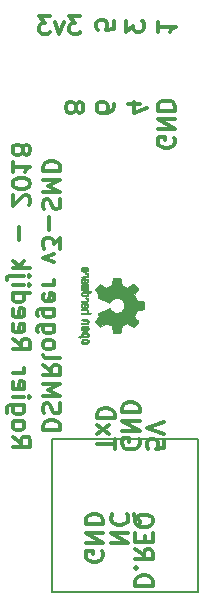
<source format=gbr>
G04 #@! TF.FileFunction,Legend,Bot*
%FSLAX46Y46*%
G04 Gerber Fmt 4.6, Leading zero omitted, Abs format (unit mm)*
G04 Created by KiCad (PCBNEW 4.0.7) date 12/21/18 01:01:40*
%MOMM*%
%LPD*%
G01*
G04 APERTURE LIST*
%ADD10C,0.100000*%
%ADD11C,0.300000*%
%ADD12C,0.203200*%
%ADD13C,0.010000*%
G04 APERTURE END LIST*
D10*
D11*
X109406429Y-111758456D02*
X109406429Y-112472742D01*
X108692143Y-112544171D01*
X108763571Y-112472742D01*
X108835000Y-112329885D01*
X108835000Y-111972742D01*
X108763571Y-111829885D01*
X108692143Y-111758456D01*
X108549286Y-111687028D01*
X108192143Y-111687028D01*
X108049286Y-111758456D01*
X107977857Y-111829885D01*
X107906429Y-111972742D01*
X107906429Y-112329885D01*
X107977857Y-112472742D01*
X108049286Y-112544171D01*
X109431829Y-118814885D02*
X109431829Y-119100599D01*
X109360400Y-119243456D01*
X109288971Y-119314885D01*
X109074686Y-119457742D01*
X108788971Y-119529171D01*
X108217543Y-119529171D01*
X108074686Y-119457742D01*
X108003257Y-119386314D01*
X107931829Y-119243456D01*
X107931829Y-118957742D01*
X108003257Y-118814885D01*
X108074686Y-118743456D01*
X108217543Y-118672028D01*
X108574686Y-118672028D01*
X108717543Y-118743456D01*
X108788971Y-118814885D01*
X108860400Y-118957742D01*
X108860400Y-119243456D01*
X108788971Y-119386314D01*
X108717543Y-119457742D01*
X108574686Y-119529171D01*
X111598829Y-118814885D02*
X110598829Y-118814885D01*
X112170257Y-119172028D02*
X111098829Y-119529171D01*
X111098829Y-118600599D01*
X110430571Y-111742601D02*
X110430571Y-112671172D01*
X111002000Y-112171172D01*
X111002000Y-112385458D01*
X111073429Y-112528315D01*
X111144857Y-112599744D01*
X111287714Y-112671172D01*
X111644857Y-112671172D01*
X111787714Y-112599744D01*
X111859143Y-112528315D01*
X111930571Y-112385458D01*
X111930571Y-111956886D01*
X111859143Y-111814029D01*
X111787714Y-111742601D01*
X103364829Y-146434342D02*
X104864829Y-146434342D01*
X104864829Y-146077199D01*
X104793400Y-145862914D01*
X104650543Y-145720056D01*
X104507686Y-145648628D01*
X104221971Y-145577199D01*
X104007686Y-145577199D01*
X103721971Y-145648628D01*
X103579114Y-145720056D01*
X103436257Y-145862914D01*
X103364829Y-146077199D01*
X103364829Y-146434342D01*
X103436257Y-145005771D02*
X103364829Y-144791485D01*
X103364829Y-144434342D01*
X103436257Y-144291485D01*
X103507686Y-144220056D01*
X103650543Y-144148628D01*
X103793400Y-144148628D01*
X103936257Y-144220056D01*
X104007686Y-144291485D01*
X104079114Y-144434342D01*
X104150543Y-144720056D01*
X104221971Y-144862914D01*
X104293400Y-144934342D01*
X104436257Y-145005771D01*
X104579114Y-145005771D01*
X104721971Y-144934342D01*
X104793400Y-144862914D01*
X104864829Y-144720056D01*
X104864829Y-144362914D01*
X104793400Y-144148628D01*
X103364829Y-143505771D02*
X104864829Y-143505771D01*
X103793400Y-143005771D01*
X104864829Y-142505771D01*
X103364829Y-142505771D01*
X103364829Y-140934342D02*
X104079114Y-141434342D01*
X103364829Y-141791485D02*
X104864829Y-141791485D01*
X104864829Y-141220057D01*
X104793400Y-141077199D01*
X104721971Y-141005771D01*
X104579114Y-140934342D01*
X104364829Y-140934342D01*
X104221971Y-141005771D01*
X104150543Y-141077199D01*
X104079114Y-141220057D01*
X104079114Y-141791485D01*
X103364829Y-140077199D02*
X103436257Y-140220057D01*
X103579114Y-140291485D01*
X104864829Y-140291485D01*
X103364829Y-139291485D02*
X103436257Y-139434343D01*
X103507686Y-139505771D01*
X103650543Y-139577200D01*
X104079114Y-139577200D01*
X104221971Y-139505771D01*
X104293400Y-139434343D01*
X104364829Y-139291485D01*
X104364829Y-139077200D01*
X104293400Y-138934343D01*
X104221971Y-138862914D01*
X104079114Y-138791485D01*
X103650543Y-138791485D01*
X103507686Y-138862914D01*
X103436257Y-138934343D01*
X103364829Y-139077200D01*
X103364829Y-139291485D01*
X104364829Y-137505771D02*
X103150543Y-137505771D01*
X103007686Y-137577200D01*
X102936257Y-137648628D01*
X102864829Y-137791485D01*
X102864829Y-138005771D01*
X102936257Y-138148628D01*
X103436257Y-137505771D02*
X103364829Y-137648628D01*
X103364829Y-137934342D01*
X103436257Y-138077200D01*
X103507686Y-138148628D01*
X103650543Y-138220057D01*
X104079114Y-138220057D01*
X104221971Y-138148628D01*
X104293400Y-138077200D01*
X104364829Y-137934342D01*
X104364829Y-137648628D01*
X104293400Y-137505771D01*
X104364829Y-136148628D02*
X103150543Y-136148628D01*
X103007686Y-136220057D01*
X102936257Y-136291485D01*
X102864829Y-136434342D01*
X102864829Y-136648628D01*
X102936257Y-136791485D01*
X103436257Y-136148628D02*
X103364829Y-136291485D01*
X103364829Y-136577199D01*
X103436257Y-136720057D01*
X103507686Y-136791485D01*
X103650543Y-136862914D01*
X104079114Y-136862914D01*
X104221971Y-136791485D01*
X104293400Y-136720057D01*
X104364829Y-136577199D01*
X104364829Y-136291485D01*
X104293400Y-136148628D01*
X103436257Y-134862914D02*
X103364829Y-135005771D01*
X103364829Y-135291485D01*
X103436257Y-135434342D01*
X103579114Y-135505771D01*
X104150543Y-135505771D01*
X104293400Y-135434342D01*
X104364829Y-135291485D01*
X104364829Y-135005771D01*
X104293400Y-134862914D01*
X104150543Y-134791485D01*
X104007686Y-134791485D01*
X103864829Y-135505771D01*
X103364829Y-134148628D02*
X104364829Y-134148628D01*
X104079114Y-134148628D02*
X104221971Y-134077200D01*
X104293400Y-134005771D01*
X104364829Y-133862914D01*
X104364829Y-133720057D01*
X104364829Y-132220057D02*
X103364829Y-131862914D01*
X104364829Y-131505772D01*
X104864829Y-131077200D02*
X104864829Y-130148629D01*
X104293400Y-130648629D01*
X104293400Y-130434343D01*
X104221971Y-130291486D01*
X104150543Y-130220057D01*
X104007686Y-130148629D01*
X103650543Y-130148629D01*
X103507686Y-130220057D01*
X103436257Y-130291486D01*
X103364829Y-130434343D01*
X103364829Y-130862915D01*
X103436257Y-131005772D01*
X103507686Y-131077200D01*
X103936257Y-129505772D02*
X103936257Y-128362915D01*
X103436257Y-127720058D02*
X103364829Y-127505772D01*
X103364829Y-127148629D01*
X103436257Y-127005772D01*
X103507686Y-126934343D01*
X103650543Y-126862915D01*
X103793400Y-126862915D01*
X103936257Y-126934343D01*
X104007686Y-127005772D01*
X104079114Y-127148629D01*
X104150543Y-127434343D01*
X104221971Y-127577201D01*
X104293400Y-127648629D01*
X104436257Y-127720058D01*
X104579114Y-127720058D01*
X104721971Y-127648629D01*
X104793400Y-127577201D01*
X104864829Y-127434343D01*
X104864829Y-127077201D01*
X104793400Y-126862915D01*
X103364829Y-126220058D02*
X104864829Y-126220058D01*
X103793400Y-125720058D01*
X104864829Y-125220058D01*
X103364829Y-125220058D01*
X103364829Y-124505772D02*
X104864829Y-124505772D01*
X104864829Y-124148629D01*
X104793400Y-123934344D01*
X104650543Y-123791486D01*
X104507686Y-123720058D01*
X104221971Y-123648629D01*
X104007686Y-123648629D01*
X103721971Y-123720058D01*
X103579114Y-123791486D01*
X103436257Y-123934344D01*
X103364829Y-124148629D01*
X103364829Y-124505772D01*
X100814829Y-146970056D02*
X101529114Y-147470056D01*
X100814829Y-147827199D02*
X102314829Y-147827199D01*
X102314829Y-147255771D01*
X102243400Y-147112913D01*
X102171971Y-147041485D01*
X102029114Y-146970056D01*
X101814829Y-146970056D01*
X101671971Y-147041485D01*
X101600543Y-147112913D01*
X101529114Y-147255771D01*
X101529114Y-147827199D01*
X100814829Y-146112913D02*
X100886257Y-146255771D01*
X100957686Y-146327199D01*
X101100543Y-146398628D01*
X101529114Y-146398628D01*
X101671971Y-146327199D01*
X101743400Y-146255771D01*
X101814829Y-146112913D01*
X101814829Y-145898628D01*
X101743400Y-145755771D01*
X101671971Y-145684342D01*
X101529114Y-145612913D01*
X101100543Y-145612913D01*
X100957686Y-145684342D01*
X100886257Y-145755771D01*
X100814829Y-145898628D01*
X100814829Y-146112913D01*
X101814829Y-144327199D02*
X100600543Y-144327199D01*
X100457686Y-144398628D01*
X100386257Y-144470056D01*
X100314829Y-144612913D01*
X100314829Y-144827199D01*
X100386257Y-144970056D01*
X100886257Y-144327199D02*
X100814829Y-144470056D01*
X100814829Y-144755770D01*
X100886257Y-144898628D01*
X100957686Y-144970056D01*
X101100543Y-145041485D01*
X101529114Y-145041485D01*
X101671971Y-144970056D01*
X101743400Y-144898628D01*
X101814829Y-144755770D01*
X101814829Y-144470056D01*
X101743400Y-144327199D01*
X100814829Y-143612913D02*
X101814829Y-143612913D01*
X102314829Y-143612913D02*
X102243400Y-143684342D01*
X102171971Y-143612913D01*
X102243400Y-143541485D01*
X102314829Y-143612913D01*
X102171971Y-143612913D01*
X100886257Y-142327199D02*
X100814829Y-142470056D01*
X100814829Y-142755770D01*
X100886257Y-142898627D01*
X101029114Y-142970056D01*
X101600543Y-142970056D01*
X101743400Y-142898627D01*
X101814829Y-142755770D01*
X101814829Y-142470056D01*
X101743400Y-142327199D01*
X101600543Y-142255770D01*
X101457686Y-142255770D01*
X101314829Y-142970056D01*
X100814829Y-141612913D02*
X101814829Y-141612913D01*
X101529114Y-141612913D02*
X101671971Y-141541485D01*
X101743400Y-141470056D01*
X101814829Y-141327199D01*
X101814829Y-141184342D01*
X100814829Y-138684342D02*
X101529114Y-139184342D01*
X100814829Y-139541485D02*
X102314829Y-139541485D01*
X102314829Y-138970057D01*
X102243400Y-138827199D01*
X102171971Y-138755771D01*
X102029114Y-138684342D01*
X101814829Y-138684342D01*
X101671971Y-138755771D01*
X101600543Y-138827199D01*
X101529114Y-138970057D01*
X101529114Y-139541485D01*
X100886257Y-137470057D02*
X100814829Y-137612914D01*
X100814829Y-137898628D01*
X100886257Y-138041485D01*
X101029114Y-138112914D01*
X101600543Y-138112914D01*
X101743400Y-138041485D01*
X101814829Y-137898628D01*
X101814829Y-137612914D01*
X101743400Y-137470057D01*
X101600543Y-137398628D01*
X101457686Y-137398628D01*
X101314829Y-138112914D01*
X100886257Y-136184343D02*
X100814829Y-136327200D01*
X100814829Y-136612914D01*
X100886257Y-136755771D01*
X101029114Y-136827200D01*
X101600543Y-136827200D01*
X101743400Y-136755771D01*
X101814829Y-136612914D01*
X101814829Y-136327200D01*
X101743400Y-136184343D01*
X101600543Y-136112914D01*
X101457686Y-136112914D01*
X101314829Y-136827200D01*
X100814829Y-134827200D02*
X102314829Y-134827200D01*
X100886257Y-134827200D02*
X100814829Y-134970057D01*
X100814829Y-135255771D01*
X100886257Y-135398629D01*
X100957686Y-135470057D01*
X101100543Y-135541486D01*
X101529114Y-135541486D01*
X101671971Y-135470057D01*
X101743400Y-135398629D01*
X101814829Y-135255771D01*
X101814829Y-134970057D01*
X101743400Y-134827200D01*
X100814829Y-134112914D02*
X101814829Y-134112914D01*
X102314829Y-134112914D02*
X102243400Y-134184343D01*
X102171971Y-134112914D01*
X102243400Y-134041486D01*
X102314829Y-134112914D01*
X102171971Y-134112914D01*
X101814829Y-133398628D02*
X100529114Y-133398628D01*
X100386257Y-133470057D01*
X100314829Y-133612914D01*
X100314829Y-133684342D01*
X102314829Y-133398628D02*
X102243400Y-133470057D01*
X102171971Y-133398628D01*
X102243400Y-133327200D01*
X102314829Y-133398628D01*
X102171971Y-133398628D01*
X100814829Y-132684342D02*
X102314829Y-132684342D01*
X101386257Y-132541485D02*
X100814829Y-132112914D01*
X101814829Y-132112914D02*
X101243400Y-132684342D01*
X101386257Y-130327199D02*
X101386257Y-129184342D01*
X102171971Y-127398628D02*
X102243400Y-127327199D01*
X102314829Y-127184342D01*
X102314829Y-126827199D01*
X102243400Y-126684342D01*
X102171971Y-126612913D01*
X102029114Y-126541485D01*
X101886257Y-126541485D01*
X101671971Y-126612913D01*
X100814829Y-127470056D01*
X100814829Y-126541485D01*
X102314829Y-125612914D02*
X102314829Y-125470057D01*
X102243400Y-125327200D01*
X102171971Y-125255771D01*
X102029114Y-125184342D01*
X101743400Y-125112914D01*
X101386257Y-125112914D01*
X101100543Y-125184342D01*
X100957686Y-125255771D01*
X100886257Y-125327200D01*
X100814829Y-125470057D01*
X100814829Y-125612914D01*
X100886257Y-125755771D01*
X100957686Y-125827200D01*
X101100543Y-125898628D01*
X101386257Y-125970057D01*
X101743400Y-125970057D01*
X102029114Y-125898628D01*
X102171971Y-125827200D01*
X102243400Y-125755771D01*
X102314829Y-125612914D01*
X100814829Y-123684343D02*
X100814829Y-124541486D01*
X100814829Y-124112914D02*
X102314829Y-124112914D01*
X102100543Y-124255771D01*
X101957686Y-124398629D01*
X101886257Y-124541486D01*
X101671971Y-122827200D02*
X101743400Y-122970058D01*
X101814829Y-123041486D01*
X101957686Y-123112915D01*
X102029114Y-123112915D01*
X102171971Y-123041486D01*
X102243400Y-122970058D01*
X102314829Y-122827200D01*
X102314829Y-122541486D01*
X102243400Y-122398629D01*
X102171971Y-122327200D01*
X102029114Y-122255772D01*
X101957686Y-122255772D01*
X101814829Y-122327200D01*
X101743400Y-122398629D01*
X101671971Y-122541486D01*
X101671971Y-122827200D01*
X101600543Y-122970058D01*
X101529114Y-123041486D01*
X101386257Y-123112915D01*
X101100543Y-123112915D01*
X100957686Y-123041486D01*
X100886257Y-122970058D01*
X100814829Y-122827200D01*
X100814829Y-122541486D01*
X100886257Y-122398629D01*
X100957686Y-122327200D01*
X101100543Y-122255772D01*
X101386257Y-122255772D01*
X101529114Y-122327200D01*
X101600543Y-122398629D01*
X101671971Y-122541486D01*
X106172771Y-119243456D02*
X106244200Y-119386314D01*
X106315629Y-119457742D01*
X106458486Y-119529171D01*
X106529914Y-119529171D01*
X106672771Y-119457742D01*
X106744200Y-119386314D01*
X106815629Y-119243456D01*
X106815629Y-118957742D01*
X106744200Y-118814885D01*
X106672771Y-118743456D01*
X106529914Y-118672028D01*
X106458486Y-118672028D01*
X106315629Y-118743456D01*
X106244200Y-118814885D01*
X106172771Y-118957742D01*
X106172771Y-119243456D01*
X106101343Y-119386314D01*
X106029914Y-119457742D01*
X105887057Y-119529171D01*
X105601343Y-119529171D01*
X105458486Y-119457742D01*
X105387057Y-119386314D01*
X105315629Y-119243456D01*
X105315629Y-118957742D01*
X105387057Y-118814885D01*
X105458486Y-118743456D01*
X105601343Y-118672028D01*
X105887057Y-118672028D01*
X106029914Y-118743456D01*
X106101343Y-118814885D01*
X106172771Y-118957742D01*
X113113429Y-111839428D02*
X113113429Y-112696571D01*
X113113429Y-112267999D02*
X114613429Y-112267999D01*
X114399143Y-112410856D01*
X114256286Y-112553714D01*
X114184857Y-112696571D01*
X114516600Y-121665857D02*
X114588029Y-121808714D01*
X114588029Y-122023000D01*
X114516600Y-122237285D01*
X114373743Y-122380143D01*
X114230886Y-122451571D01*
X113945171Y-122523000D01*
X113730886Y-122523000D01*
X113445171Y-122451571D01*
X113302314Y-122380143D01*
X113159457Y-122237285D01*
X113088029Y-122023000D01*
X113088029Y-121880143D01*
X113159457Y-121665857D01*
X113230886Y-121594428D01*
X113730886Y-121594428D01*
X113730886Y-121880143D01*
X113088029Y-120951571D02*
X114588029Y-120951571D01*
X113088029Y-120094428D01*
X114588029Y-120094428D01*
X113088029Y-119380142D02*
X114588029Y-119380142D01*
X114588029Y-119022999D01*
X114516600Y-118808714D01*
X114373743Y-118665856D01*
X114230886Y-118594428D01*
X113945171Y-118522999D01*
X113730886Y-118522999D01*
X113445171Y-118594428D01*
X113302314Y-118665856D01*
X113159457Y-118808714D01*
X113088029Y-119022999D01*
X113088029Y-119380142D01*
X106560713Y-111395771D02*
X105632142Y-111395771D01*
X106132142Y-111967200D01*
X105917856Y-111967200D01*
X105774999Y-112038629D01*
X105703570Y-112110057D01*
X105632142Y-112252914D01*
X105632142Y-112610057D01*
X105703570Y-112752914D01*
X105774999Y-112824343D01*
X105917856Y-112895771D01*
X106346428Y-112895771D01*
X106489285Y-112824343D01*
X106560713Y-112752914D01*
X105132142Y-111895771D02*
X104774999Y-112895771D01*
X104417857Y-111895771D01*
X103989285Y-111395771D02*
X103060714Y-111395771D01*
X103560714Y-111967200D01*
X103346428Y-111967200D01*
X103203571Y-112038629D01*
X103132142Y-112110057D01*
X103060714Y-112252914D01*
X103060714Y-112610057D01*
X103132142Y-112752914D01*
X103203571Y-112824343D01*
X103346428Y-112895771D01*
X103775000Y-112895771D01*
X103917857Y-112824343D01*
X103989285Y-112752914D01*
X109457229Y-147988114D02*
X109457229Y-147130971D01*
X107957229Y-147559542D02*
X109457229Y-147559542D01*
X107957229Y-146773828D02*
X108957229Y-145988114D01*
X108957229Y-146773828D02*
X107957229Y-145988114D01*
X107957229Y-145416685D02*
X109457229Y-145416685D01*
X109457229Y-145059542D01*
X109385800Y-144845257D01*
X109242943Y-144702399D01*
X109100086Y-144630971D01*
X108814371Y-144559542D01*
X108600086Y-144559542D01*
X108314371Y-144630971D01*
X108171514Y-144702399D01*
X108028657Y-144845257D01*
X107957229Y-145059542D01*
X107957229Y-145416685D01*
X111494000Y-147192857D02*
X111565429Y-147335714D01*
X111565429Y-147550000D01*
X111494000Y-147764285D01*
X111351143Y-147907143D01*
X111208286Y-147978571D01*
X110922571Y-148050000D01*
X110708286Y-148050000D01*
X110422571Y-147978571D01*
X110279714Y-147907143D01*
X110136857Y-147764285D01*
X110065429Y-147550000D01*
X110065429Y-147407143D01*
X110136857Y-147192857D01*
X110208286Y-147121428D01*
X110708286Y-147121428D01*
X110708286Y-147407143D01*
X110065429Y-146478571D02*
X111565429Y-146478571D01*
X110065429Y-145621428D01*
X111565429Y-145621428D01*
X110065429Y-144907142D02*
X111565429Y-144907142D01*
X111565429Y-144549999D01*
X111494000Y-144335714D01*
X111351143Y-144192856D01*
X111208286Y-144121428D01*
X110922571Y-144049999D01*
X110708286Y-144049999D01*
X110422571Y-144121428D01*
X110279714Y-144192856D01*
X110136857Y-144335714D01*
X110065429Y-144549999D01*
X110065429Y-144907142D01*
X113673629Y-147250113D02*
X113673629Y-147964399D01*
X112959343Y-148035828D01*
X113030771Y-147964399D01*
X113102200Y-147821542D01*
X113102200Y-147464399D01*
X113030771Y-147321542D01*
X112959343Y-147250113D01*
X112816486Y-147178685D01*
X112459343Y-147178685D01*
X112316486Y-147250113D01*
X112245057Y-147321542D01*
X112173629Y-147464399D01*
X112173629Y-147821542D01*
X112245057Y-147964399D01*
X112316486Y-148035828D01*
X113673629Y-146750114D02*
X112173629Y-146250114D01*
X113673629Y-145750114D01*
X111208429Y-159580686D02*
X112708429Y-159580686D01*
X112708429Y-159223543D01*
X112637000Y-159009258D01*
X112494143Y-158866400D01*
X112351286Y-158794972D01*
X112065571Y-158723543D01*
X111851286Y-158723543D01*
X111565571Y-158794972D01*
X111422714Y-158866400D01*
X111279857Y-159009258D01*
X111208429Y-159223543D01*
X111208429Y-159580686D01*
X111351286Y-158080686D02*
X111279857Y-158009258D01*
X111208429Y-158080686D01*
X111279857Y-158152115D01*
X111351286Y-158080686D01*
X111208429Y-158080686D01*
X111208429Y-156509257D02*
X111922714Y-157009257D01*
X111208429Y-157366400D02*
X112708429Y-157366400D01*
X112708429Y-156794972D01*
X112637000Y-156652114D01*
X112565571Y-156580686D01*
X112422714Y-156509257D01*
X112208429Y-156509257D01*
X112065571Y-156580686D01*
X111994143Y-156652114D01*
X111922714Y-156794972D01*
X111922714Y-157366400D01*
X111994143Y-155866400D02*
X111994143Y-155366400D01*
X111208429Y-155152114D02*
X111208429Y-155866400D01*
X112708429Y-155866400D01*
X112708429Y-155152114D01*
X111065571Y-153509257D02*
X111137000Y-153652114D01*
X111279857Y-153794971D01*
X111494143Y-154009257D01*
X111565571Y-154152114D01*
X111565571Y-154294971D01*
X111208429Y-154223543D02*
X111279857Y-154366400D01*
X111422714Y-154509257D01*
X111708429Y-154580686D01*
X112208429Y-154580686D01*
X112494143Y-154509257D01*
X112637000Y-154366400D01*
X112708429Y-154223543D01*
X112708429Y-153937829D01*
X112637000Y-153794971D01*
X112494143Y-153652114D01*
X112208429Y-153580686D01*
X111708429Y-153580686D01*
X111422714Y-153652114D01*
X111279857Y-153794971D01*
X111208429Y-153937829D01*
X111208429Y-154223543D01*
X109125629Y-155966171D02*
X110625629Y-155966171D01*
X109125629Y-155109028D01*
X110625629Y-155109028D01*
X109268486Y-153537599D02*
X109197057Y-153609028D01*
X109125629Y-153823314D01*
X109125629Y-153966171D01*
X109197057Y-154180456D01*
X109339914Y-154323314D01*
X109482771Y-154394742D01*
X109768486Y-154466171D01*
X109982771Y-154466171D01*
X110268486Y-154394742D01*
X110411343Y-154323314D01*
X110554200Y-154180456D01*
X110625629Y-153966171D01*
X110625629Y-153823314D01*
X110554200Y-153609028D01*
X110482771Y-153537599D01*
X108420600Y-156692457D02*
X108492029Y-156835314D01*
X108492029Y-157049600D01*
X108420600Y-157263885D01*
X108277743Y-157406743D01*
X108134886Y-157478171D01*
X107849171Y-157549600D01*
X107634886Y-157549600D01*
X107349171Y-157478171D01*
X107206314Y-157406743D01*
X107063457Y-157263885D01*
X106992029Y-157049600D01*
X106992029Y-156906743D01*
X107063457Y-156692457D01*
X107134886Y-156621028D01*
X107634886Y-156621028D01*
X107634886Y-156906743D01*
X106992029Y-155978171D02*
X108492029Y-155978171D01*
X106992029Y-155121028D01*
X108492029Y-155121028D01*
X106992029Y-154406742D02*
X108492029Y-154406742D01*
X108492029Y-154049599D01*
X108420600Y-153835314D01*
X108277743Y-153692456D01*
X108134886Y-153621028D01*
X107849171Y-153549599D01*
X107634886Y-153549599D01*
X107349171Y-153621028D01*
X107206314Y-153692456D01*
X107063457Y-153835314D01*
X106992029Y-154049599D01*
X106992029Y-154406742D01*
D12*
X104137600Y-147152600D02*
X104137600Y-160152600D01*
X104137600Y-160152600D02*
X116537600Y-160152600D01*
X116537600Y-160152600D02*
X116537600Y-147152600D01*
X104137600Y-147152600D02*
X116537600Y-147152600D01*
D13*
G36*
X107249282Y-138264856D02*
X107221632Y-138209399D01*
X107170720Y-138160452D01*
X107151862Y-138146971D01*
X107127185Y-138132286D01*
X107100384Y-138122758D01*
X107064613Y-138117307D01*
X107013031Y-138114853D01*
X106944933Y-138114314D01*
X106851612Y-138116748D01*
X106781543Y-138125206D01*
X106729269Y-138141426D01*
X106689331Y-138167146D01*
X106656271Y-138204103D01*
X106654314Y-138206818D01*
X106634292Y-138243240D01*
X106624385Y-138287098D01*
X106621943Y-138342876D01*
X106621943Y-138433552D01*
X106533917Y-138433590D01*
X106484892Y-138434434D01*
X106456135Y-138439576D01*
X106438889Y-138453013D01*
X106424392Y-138478742D01*
X106421431Y-138484921D01*
X106407552Y-138513836D01*
X106398786Y-138536224D01*
X106398029Y-138552871D01*
X106408177Y-138564564D01*
X106432127Y-138572090D01*
X106472774Y-138576234D01*
X106533014Y-138577785D01*
X106615745Y-138577529D01*
X106723861Y-138576251D01*
X106756200Y-138575852D01*
X106867676Y-138574415D01*
X106940597Y-138573128D01*
X106940597Y-138433629D01*
X106878701Y-138432845D01*
X106838203Y-138429360D01*
X106811492Y-138421476D01*
X106790956Y-138407495D01*
X106780940Y-138398003D01*
X106751633Y-138359196D01*
X106749248Y-138324837D01*
X106773450Y-138289384D01*
X106774343Y-138288486D01*
X106793047Y-138274061D01*
X106818468Y-138265287D01*
X106857616Y-138260861D01*
X106917503Y-138259482D01*
X106930770Y-138259457D01*
X107013299Y-138262788D01*
X107070509Y-138273631D01*
X107105434Y-138293260D01*
X107121106Y-138322950D01*
X107122686Y-138340109D01*
X107115274Y-138380834D01*
X107090870Y-138408768D01*
X107046220Y-138425583D01*
X106978070Y-138432950D01*
X106940597Y-138433629D01*
X106940597Y-138573128D01*
X106953955Y-138572892D01*
X107018867Y-138570923D01*
X107066242Y-138568150D01*
X107099910Y-138564212D01*
X107123702Y-138558751D01*
X107141447Y-138551408D01*
X107156976Y-138541823D01*
X107162819Y-138537713D01*
X107218015Y-138483195D01*
X107249310Y-138414264D01*
X107258035Y-138334528D01*
X107249282Y-138264856D01*
X107249282Y-138264856D01*
G37*
X107249282Y-138264856D02*
X107221632Y-138209399D01*
X107170720Y-138160452D01*
X107151862Y-138146971D01*
X107127185Y-138132286D01*
X107100384Y-138122758D01*
X107064613Y-138117307D01*
X107013031Y-138114853D01*
X106944933Y-138114314D01*
X106851612Y-138116748D01*
X106781543Y-138125206D01*
X106729269Y-138141426D01*
X106689331Y-138167146D01*
X106656271Y-138204103D01*
X106654314Y-138206818D01*
X106634292Y-138243240D01*
X106624385Y-138287098D01*
X106621943Y-138342876D01*
X106621943Y-138433552D01*
X106533917Y-138433590D01*
X106484892Y-138434434D01*
X106456135Y-138439576D01*
X106438889Y-138453013D01*
X106424392Y-138478742D01*
X106421431Y-138484921D01*
X106407552Y-138513836D01*
X106398786Y-138536224D01*
X106398029Y-138552871D01*
X106408177Y-138564564D01*
X106432127Y-138572090D01*
X106472774Y-138576234D01*
X106533014Y-138577785D01*
X106615745Y-138577529D01*
X106723861Y-138576251D01*
X106756200Y-138575852D01*
X106867676Y-138574415D01*
X106940597Y-138573128D01*
X106940597Y-138433629D01*
X106878701Y-138432845D01*
X106838203Y-138429360D01*
X106811492Y-138421476D01*
X106790956Y-138407495D01*
X106780940Y-138398003D01*
X106751633Y-138359196D01*
X106749248Y-138324837D01*
X106773450Y-138289384D01*
X106774343Y-138288486D01*
X106793047Y-138274061D01*
X106818468Y-138265287D01*
X106857616Y-138260861D01*
X106917503Y-138259482D01*
X106930770Y-138259457D01*
X107013299Y-138262788D01*
X107070509Y-138273631D01*
X107105434Y-138293260D01*
X107121106Y-138322950D01*
X107122686Y-138340109D01*
X107115274Y-138380834D01*
X107090870Y-138408768D01*
X107046220Y-138425583D01*
X106978070Y-138432950D01*
X106940597Y-138433629D01*
X106940597Y-138573128D01*
X106953955Y-138572892D01*
X107018867Y-138570923D01*
X107066242Y-138568150D01*
X107099910Y-138564212D01*
X107123702Y-138558751D01*
X107141447Y-138551408D01*
X107156976Y-138541823D01*
X107162819Y-138537713D01*
X107218015Y-138483195D01*
X107249310Y-138414264D01*
X107258035Y-138334528D01*
X107249282Y-138264856D01*
G36*
X107241420Y-137148507D02*
X107214477Y-137101928D01*
X107187734Y-137069543D01*
X107159716Y-137045858D01*
X107125452Y-137029541D01*
X107079973Y-137019261D01*
X107018308Y-137013686D01*
X106935489Y-137011484D01*
X106875954Y-137011229D01*
X106656809Y-137011229D01*
X106629156Y-137072914D01*
X106601503Y-137134600D01*
X106841530Y-137141857D01*
X106931172Y-137144856D01*
X106996238Y-137148002D01*
X107041174Y-137151899D01*
X107070430Y-137157153D01*
X107088452Y-137164369D01*
X107099689Y-137174150D01*
X107102121Y-137177288D01*
X107121117Y-137224839D01*
X107113600Y-137272903D01*
X107093657Y-137301514D01*
X107079525Y-137313153D01*
X107060980Y-137321209D01*
X107032866Y-137326329D01*
X106990027Y-137329159D01*
X106927305Y-137330344D01*
X106861939Y-137330543D01*
X106779932Y-137330582D01*
X106721884Y-137331986D01*
X106682735Y-137336686D01*
X106657420Y-137346613D01*
X106640877Y-137363697D01*
X106628044Y-137389868D01*
X106614709Y-137424825D01*
X106600193Y-137463004D01*
X106857811Y-137458459D01*
X106950681Y-137456629D01*
X107019311Y-137454488D01*
X107068489Y-137451419D01*
X107103002Y-137446806D01*
X107127638Y-137440032D01*
X107147184Y-137430481D01*
X107164430Y-137418966D01*
X107219520Y-137363410D01*
X107251378Y-137295620D01*
X107259009Y-137221887D01*
X107241420Y-137148507D01*
X107241420Y-137148507D01*
G37*
X107241420Y-137148507D02*
X107214477Y-137101928D01*
X107187734Y-137069543D01*
X107159716Y-137045858D01*
X107125452Y-137029541D01*
X107079973Y-137019261D01*
X107018308Y-137013686D01*
X106935489Y-137011484D01*
X106875954Y-137011229D01*
X106656809Y-137011229D01*
X106629156Y-137072914D01*
X106601503Y-137134600D01*
X106841530Y-137141857D01*
X106931172Y-137144856D01*
X106996238Y-137148002D01*
X107041174Y-137151899D01*
X107070430Y-137157153D01*
X107088452Y-137164369D01*
X107099689Y-137174150D01*
X107102121Y-137177288D01*
X107121117Y-137224839D01*
X107113600Y-137272903D01*
X107093657Y-137301514D01*
X107079525Y-137313153D01*
X107060980Y-137321209D01*
X107032866Y-137326329D01*
X106990027Y-137329159D01*
X106927305Y-137330344D01*
X106861939Y-137330543D01*
X106779932Y-137330582D01*
X106721884Y-137331986D01*
X106682735Y-137336686D01*
X106657420Y-137346613D01*
X106640877Y-137363697D01*
X106628044Y-137389868D01*
X106614709Y-137424825D01*
X106600193Y-137463004D01*
X106857811Y-137458459D01*
X106950681Y-137456629D01*
X107019311Y-137454488D01*
X107068489Y-137451419D01*
X107103002Y-137446806D01*
X107127638Y-137440032D01*
X107147184Y-137430481D01*
X107164430Y-137418966D01*
X107219520Y-137363410D01*
X107251378Y-137295620D01*
X107259009Y-137221887D01*
X107241420Y-137148507D01*
G36*
X107247238Y-138823485D02*
X107211467Y-138755455D01*
X107153899Y-138705249D01*
X107116888Y-138687415D01*
X107061318Y-138673537D01*
X106991104Y-138666433D01*
X106914473Y-138665760D01*
X106839648Y-138671173D01*
X106774858Y-138682330D01*
X106728327Y-138698886D01*
X106720313Y-138703974D01*
X106660493Y-138764245D01*
X106624665Y-138835831D01*
X106614180Y-138913508D01*
X106630390Y-138992052D01*
X106640108Y-139013911D01*
X106670057Y-139056478D01*
X106709767Y-139093837D01*
X106714803Y-139097368D01*
X106739076Y-139111719D01*
X106765022Y-139121206D01*
X106799178Y-139126810D01*
X106848081Y-139129514D01*
X106918265Y-139130301D01*
X106934000Y-139130314D01*
X106939008Y-139130278D01*
X106939008Y-138985171D01*
X106872770Y-138984327D01*
X106828814Y-138981004D01*
X106800421Y-138974017D01*
X106780875Y-138962184D01*
X106774343Y-138956143D01*
X106749520Y-138921414D01*
X106750652Y-138887697D01*
X106772184Y-138853605D01*
X106795171Y-138833271D01*
X106828722Y-138821229D01*
X106881631Y-138814466D01*
X106887801Y-138814002D01*
X106983687Y-138812848D01*
X107054901Y-138824912D01*
X107101006Y-138850030D01*
X107121565Y-138888040D01*
X107122686Y-138901608D01*
X107117048Y-138937236D01*
X107097514Y-138961606D01*
X107060158Y-138976507D01*
X107001050Y-138983725D01*
X106939008Y-138985171D01*
X106939008Y-139130278D01*
X107008787Y-139129774D01*
X107061041Y-139127504D01*
X107097251Y-139122532D01*
X107123901Y-139113887D01*
X107147478Y-139100595D01*
X107151862Y-139097657D01*
X107210951Y-139048287D01*
X107245253Y-138994491D01*
X107258869Y-138928998D01*
X107259535Y-138906758D01*
X107247238Y-138823485D01*
X107247238Y-138823485D01*
G37*
X107247238Y-138823485D02*
X107211467Y-138755455D01*
X107153899Y-138705249D01*
X107116888Y-138687415D01*
X107061318Y-138673537D01*
X106991104Y-138666433D01*
X106914473Y-138665760D01*
X106839648Y-138671173D01*
X106774858Y-138682330D01*
X106728327Y-138698886D01*
X106720313Y-138703974D01*
X106660493Y-138764245D01*
X106624665Y-138835831D01*
X106614180Y-138913508D01*
X106630390Y-138992052D01*
X106640108Y-139013911D01*
X106670057Y-139056478D01*
X106709767Y-139093837D01*
X106714803Y-139097368D01*
X106739076Y-139111719D01*
X106765022Y-139121206D01*
X106799178Y-139126810D01*
X106848081Y-139129514D01*
X106918265Y-139130301D01*
X106934000Y-139130314D01*
X106939008Y-139130278D01*
X106939008Y-138985171D01*
X106872770Y-138984327D01*
X106828814Y-138981004D01*
X106800421Y-138974017D01*
X106780875Y-138962184D01*
X106774343Y-138956143D01*
X106749520Y-138921414D01*
X106750652Y-138887697D01*
X106772184Y-138853605D01*
X106795171Y-138833271D01*
X106828722Y-138821229D01*
X106881631Y-138814466D01*
X106887801Y-138814002D01*
X106983687Y-138812848D01*
X107054901Y-138824912D01*
X107101006Y-138850030D01*
X107121565Y-138888040D01*
X107122686Y-138901608D01*
X107117048Y-138937236D01*
X107097514Y-138961606D01*
X107060158Y-138976507D01*
X107001050Y-138983725D01*
X106939008Y-138985171D01*
X106939008Y-139130278D01*
X107008787Y-139129774D01*
X107061041Y-139127504D01*
X107097251Y-139122532D01*
X107123901Y-139113887D01*
X107147478Y-139100595D01*
X107151862Y-139097657D01*
X107210951Y-139048287D01*
X107245253Y-138994491D01*
X107258869Y-138928998D01*
X107259535Y-138906758D01*
X107247238Y-138823485D01*
G36*
X107237961Y-137696297D02*
X107199465Y-137639073D01*
X107143865Y-137594851D01*
X107073114Y-137568433D01*
X107021038Y-137563090D01*
X106999307Y-137563697D01*
X106982669Y-137568778D01*
X106967763Y-137582745D01*
X106951227Y-137610011D01*
X106929702Y-137654988D01*
X106899826Y-137722089D01*
X106899676Y-137722429D01*
X106871387Y-137784193D01*
X106846267Y-137834841D01*
X106827021Y-137869196D01*
X106816352Y-137882082D01*
X106816266Y-137882086D01*
X106793034Y-137870728D01*
X106767426Y-137844169D01*
X106748979Y-137813677D01*
X106745314Y-137798230D01*
X106757988Y-137756085D01*
X106789729Y-137719792D01*
X106824628Y-137702083D01*
X106850355Y-137685048D01*
X106879654Y-137651678D01*
X106904965Y-137612451D01*
X106918729Y-137577844D01*
X106919486Y-137570607D01*
X106907040Y-137562461D01*
X106875228Y-137561970D01*
X106832334Y-137567957D01*
X106786642Y-137579243D01*
X106746439Y-137594650D01*
X106744878Y-137595429D01*
X106680138Y-137641796D01*
X106636103Y-137701889D01*
X106614489Y-137770135D01*
X106617015Y-137840962D01*
X106645396Y-137908796D01*
X106647392Y-137911812D01*
X106695752Y-137965173D01*
X106758848Y-138000260D01*
X106841813Y-138019678D01*
X106865122Y-138022284D01*
X106975145Y-138026899D01*
X107026452Y-138021367D01*
X107026452Y-137882086D01*
X106994447Y-137880276D01*
X106985107Y-137870378D01*
X106992095Y-137845702D01*
X107008613Y-137806805D01*
X107029319Y-137763325D01*
X107029867Y-137762244D01*
X107049251Y-137725391D01*
X107062187Y-137710600D01*
X107075749Y-137714247D01*
X107093568Y-137729605D01*
X107119355Y-137768677D01*
X107121250Y-137810754D01*
X107102483Y-137848497D01*
X107066285Y-137874566D01*
X107026452Y-137882086D01*
X107026452Y-138021367D01*
X107063173Y-138017406D01*
X107132988Y-137993050D01*
X107181898Y-137959144D01*
X107231322Y-137897947D01*
X107255841Y-137830537D01*
X107257403Y-137761720D01*
X107237961Y-137696297D01*
X107237961Y-137696297D01*
G37*
X107237961Y-137696297D02*
X107199465Y-137639073D01*
X107143865Y-137594851D01*
X107073114Y-137568433D01*
X107021038Y-137563090D01*
X106999307Y-137563697D01*
X106982669Y-137568778D01*
X106967763Y-137582745D01*
X106951227Y-137610011D01*
X106929702Y-137654988D01*
X106899826Y-137722089D01*
X106899676Y-137722429D01*
X106871387Y-137784193D01*
X106846267Y-137834841D01*
X106827021Y-137869196D01*
X106816352Y-137882082D01*
X106816266Y-137882086D01*
X106793034Y-137870728D01*
X106767426Y-137844169D01*
X106748979Y-137813677D01*
X106745314Y-137798230D01*
X106757988Y-137756085D01*
X106789729Y-137719792D01*
X106824628Y-137702083D01*
X106850355Y-137685048D01*
X106879654Y-137651678D01*
X106904965Y-137612451D01*
X106918729Y-137577844D01*
X106919486Y-137570607D01*
X106907040Y-137562461D01*
X106875228Y-137561970D01*
X106832334Y-137567957D01*
X106786642Y-137579243D01*
X106746439Y-137594650D01*
X106744878Y-137595429D01*
X106680138Y-137641796D01*
X106636103Y-137701889D01*
X106614489Y-137770135D01*
X106617015Y-137840962D01*
X106645396Y-137908796D01*
X106647392Y-137911812D01*
X106695752Y-137965173D01*
X106758848Y-138000260D01*
X106841813Y-138019678D01*
X106865122Y-138022284D01*
X106975145Y-138026899D01*
X107026452Y-138021367D01*
X107026452Y-137882086D01*
X106994447Y-137880276D01*
X106985107Y-137870378D01*
X106992095Y-137845702D01*
X107008613Y-137806805D01*
X107029319Y-137763325D01*
X107029867Y-137762244D01*
X107049251Y-137725391D01*
X107062187Y-137710600D01*
X107075749Y-137714247D01*
X107093568Y-137729605D01*
X107119355Y-137768677D01*
X107121250Y-137810754D01*
X107102483Y-137848497D01*
X107066285Y-137874566D01*
X107026452Y-137882086D01*
X107026452Y-138021367D01*
X107063173Y-138017406D01*
X107132988Y-137993050D01*
X107181898Y-137959144D01*
X107231322Y-137897947D01*
X107255841Y-137830537D01*
X107257403Y-137761720D01*
X107237961Y-137696297D01*
G36*
X107317911Y-136488714D02*
X107258587Y-136484461D01*
X107223628Y-136479575D01*
X107208380Y-136472805D01*
X107208185Y-136462898D01*
X107210005Y-136459686D01*
X107223185Y-136416956D01*
X107222415Y-136361373D01*
X107208867Y-136304863D01*
X107191339Y-136269518D01*
X107163339Y-136233279D01*
X107131651Y-136206787D01*
X107091387Y-136188601D01*
X107037657Y-136177278D01*
X106965574Y-136171378D01*
X106870249Y-136169457D01*
X106851963Y-136169423D01*
X106646554Y-136169400D01*
X106630620Y-136215109D01*
X106619780Y-136247573D01*
X106614732Y-136265385D01*
X106614686Y-136265909D01*
X106628372Y-136267663D01*
X106666124Y-136269156D01*
X106722976Y-136270274D01*
X106793966Y-136270903D01*
X106837127Y-136271000D01*
X106922227Y-136271202D01*
X106983219Y-136272242D01*
X107025023Y-136274769D01*
X107052558Y-136279436D01*
X107070744Y-136286893D01*
X107084502Y-136297789D01*
X107091127Y-136304593D01*
X107117825Y-136351328D01*
X107119825Y-136402328D01*
X107097245Y-136448599D01*
X107089093Y-136457156D01*
X107073764Y-136469707D01*
X107055582Y-136478412D01*
X107029291Y-136483969D01*
X106989638Y-136487074D01*
X106931368Y-136488424D01*
X106851027Y-136488714D01*
X106646554Y-136488714D01*
X106630620Y-136534423D01*
X106619780Y-136566887D01*
X106614732Y-136584699D01*
X106614686Y-136585223D01*
X106628577Y-136586563D01*
X106667761Y-136587772D01*
X106728500Y-136588799D01*
X106807059Y-136589598D01*
X106899702Y-136590119D01*
X107002691Y-136590314D01*
X107399858Y-136590314D01*
X107419756Y-136543143D01*
X107439653Y-136495971D01*
X107317911Y-136488714D01*
X107317911Y-136488714D01*
G37*
X107317911Y-136488714D02*
X107258587Y-136484461D01*
X107223628Y-136479575D01*
X107208380Y-136472805D01*
X107208185Y-136462898D01*
X107210005Y-136459686D01*
X107223185Y-136416956D01*
X107222415Y-136361373D01*
X107208867Y-136304863D01*
X107191339Y-136269518D01*
X107163339Y-136233279D01*
X107131651Y-136206787D01*
X107091387Y-136188601D01*
X107037657Y-136177278D01*
X106965574Y-136171378D01*
X106870249Y-136169457D01*
X106851963Y-136169423D01*
X106646554Y-136169400D01*
X106630620Y-136215109D01*
X106619780Y-136247573D01*
X106614732Y-136265385D01*
X106614686Y-136265909D01*
X106628372Y-136267663D01*
X106666124Y-136269156D01*
X106722976Y-136270274D01*
X106793966Y-136270903D01*
X106837127Y-136271000D01*
X106922227Y-136271202D01*
X106983219Y-136272242D01*
X107025023Y-136274769D01*
X107052558Y-136279436D01*
X107070744Y-136286893D01*
X107084502Y-136297789D01*
X107091127Y-136304593D01*
X107117825Y-136351328D01*
X107119825Y-136402328D01*
X107097245Y-136448599D01*
X107089093Y-136457156D01*
X107073764Y-136469707D01*
X107055582Y-136478412D01*
X107029291Y-136483969D01*
X106989638Y-136487074D01*
X106931368Y-136488424D01*
X106851027Y-136488714D01*
X106646554Y-136488714D01*
X106630620Y-136534423D01*
X106619780Y-136566887D01*
X106614732Y-136584699D01*
X106614686Y-136585223D01*
X106628577Y-136586563D01*
X106667761Y-136587772D01*
X106728500Y-136588799D01*
X106807059Y-136589598D01*
X106899702Y-136590119D01*
X107002691Y-136590314D01*
X107399858Y-136590314D01*
X107419756Y-136543143D01*
X107439653Y-136495971D01*
X107317911Y-136488714D01*
G36*
X107218232Y-135824856D02*
X107197113Y-135767984D01*
X107196707Y-135767333D01*
X107170820Y-135732160D01*
X107140567Y-135706193D01*
X107101142Y-135687930D01*
X107047738Y-135675868D01*
X106975549Y-135668504D01*
X106879768Y-135664336D01*
X106866122Y-135663971D01*
X106660358Y-135658724D01*
X106637522Y-135702884D01*
X106622090Y-135734837D01*
X106614777Y-135754130D01*
X106614686Y-135755022D01*
X106628178Y-135758361D01*
X106664574Y-135761013D01*
X106717748Y-135762644D01*
X106760807Y-135763000D01*
X106830559Y-135763008D01*
X106874363Y-135766197D01*
X106895256Y-135777312D01*
X106896275Y-135801099D01*
X106880459Y-135842304D01*
X106851385Y-135904514D01*
X106827237Y-135950259D01*
X106806287Y-135973787D01*
X106783453Y-135980704D01*
X106782323Y-135980714D01*
X106742988Y-135969301D01*
X106721738Y-135935508D01*
X106718661Y-135883791D01*
X106719194Y-135846539D01*
X106708465Y-135826897D01*
X106682695Y-135814648D01*
X106649863Y-135807598D01*
X106631234Y-135817758D01*
X106628568Y-135821583D01*
X106617860Y-135857599D01*
X106616344Y-135908034D01*
X106623441Y-135959974D01*
X106636412Y-135996778D01*
X106679615Y-136047662D01*
X106739754Y-136076586D01*
X106786738Y-136082314D01*
X106829118Y-136077943D01*
X106863712Y-136062125D01*
X106894437Y-136030803D01*
X106925210Y-135979922D01*
X106959948Y-135905424D01*
X106961912Y-135900886D01*
X106992913Y-135833779D01*
X107018338Y-135792368D01*
X107041186Y-135774619D01*
X107064455Y-135778493D01*
X107091144Y-135801957D01*
X107097286Y-135808973D01*
X107121100Y-135855970D01*
X107120097Y-135904667D01*
X107096749Y-135947078D01*
X107053525Y-135975216D01*
X107045040Y-135977831D01*
X107003892Y-136003292D01*
X106984072Y-136035599D01*
X106964430Y-136082314D01*
X107015250Y-136082314D01*
X107089118Y-136068104D01*
X107156873Y-136025925D01*
X107179539Y-136003976D01*
X107208631Y-135954083D01*
X107221800Y-135890633D01*
X107218232Y-135824856D01*
X107218232Y-135824856D01*
G37*
X107218232Y-135824856D02*
X107197113Y-135767984D01*
X107196707Y-135767333D01*
X107170820Y-135732160D01*
X107140567Y-135706193D01*
X107101142Y-135687930D01*
X107047738Y-135675868D01*
X106975549Y-135668504D01*
X106879768Y-135664336D01*
X106866122Y-135663971D01*
X106660358Y-135658724D01*
X106637522Y-135702884D01*
X106622090Y-135734837D01*
X106614777Y-135754130D01*
X106614686Y-135755022D01*
X106628178Y-135758361D01*
X106664574Y-135761013D01*
X106717748Y-135762644D01*
X106760807Y-135763000D01*
X106830559Y-135763008D01*
X106874363Y-135766197D01*
X106895256Y-135777312D01*
X106896275Y-135801099D01*
X106880459Y-135842304D01*
X106851385Y-135904514D01*
X106827237Y-135950259D01*
X106806287Y-135973787D01*
X106783453Y-135980704D01*
X106782323Y-135980714D01*
X106742988Y-135969301D01*
X106721738Y-135935508D01*
X106718661Y-135883791D01*
X106719194Y-135846539D01*
X106708465Y-135826897D01*
X106682695Y-135814648D01*
X106649863Y-135807598D01*
X106631234Y-135817758D01*
X106628568Y-135821583D01*
X106617860Y-135857599D01*
X106616344Y-135908034D01*
X106623441Y-135959974D01*
X106636412Y-135996778D01*
X106679615Y-136047662D01*
X106739754Y-136076586D01*
X106786738Y-136082314D01*
X106829118Y-136077943D01*
X106863712Y-136062125D01*
X106894437Y-136030803D01*
X106925210Y-135979922D01*
X106959948Y-135905424D01*
X106961912Y-135900886D01*
X106992913Y-135833779D01*
X107018338Y-135792368D01*
X107041186Y-135774619D01*
X107064455Y-135778493D01*
X107091144Y-135801957D01*
X107097286Y-135808973D01*
X107121100Y-135855970D01*
X107120097Y-135904667D01*
X107096749Y-135947078D01*
X107053525Y-135975216D01*
X107045040Y-135977831D01*
X107003892Y-136003292D01*
X106984072Y-136035599D01*
X106964430Y-136082314D01*
X107015250Y-136082314D01*
X107089118Y-136068104D01*
X107156873Y-136025925D01*
X107179539Y-136003976D01*
X107208631Y-135954083D01*
X107221800Y-135890633D01*
X107218232Y-135824856D01*
G36*
X107219445Y-135334674D02*
X107195116Y-135268742D01*
X107152083Y-135215327D01*
X107121791Y-135194436D01*
X107066206Y-135171661D01*
X107026014Y-135172134D01*
X106998983Y-135196038D01*
X106994387Y-135204883D01*
X106980056Y-135243070D01*
X106983728Y-135262572D01*
X107007793Y-135269178D01*
X107021086Y-135269514D01*
X107069990Y-135281608D01*
X107104201Y-135313129D01*
X107120724Y-135356941D01*
X107116566Y-135405905D01*
X107094973Y-135445706D01*
X107082656Y-135459150D01*
X107067713Y-135468679D01*
X107045125Y-135475115D01*
X107009872Y-135479283D01*
X106956934Y-135482003D01*
X106881293Y-135484098D01*
X106857343Y-135484640D01*
X106775410Y-135486619D01*
X106717745Y-135488869D01*
X106679592Y-135492243D01*
X106656196Y-135497594D01*
X106642802Y-135505776D01*
X106634655Y-135517641D01*
X106631056Y-135525238D01*
X106618748Y-135557498D01*
X106614686Y-135576489D01*
X106628252Y-135582764D01*
X106669266Y-135586594D01*
X106738201Y-135588000D01*
X106835531Y-135587002D01*
X106850543Y-135586692D01*
X106939341Y-135584499D01*
X107004181Y-135581907D01*
X107050133Y-135578218D01*
X107082265Y-135572736D01*
X107105647Y-135564765D01*
X107125348Y-135553607D01*
X107133790Y-135547770D01*
X107171143Y-135514304D01*
X107200197Y-135476873D01*
X107202733Y-135472291D01*
X107222757Y-135405174D01*
X107219445Y-135334674D01*
X107219445Y-135334674D01*
G37*
X107219445Y-135334674D02*
X107195116Y-135268742D01*
X107152083Y-135215327D01*
X107121791Y-135194436D01*
X107066206Y-135171661D01*
X107026014Y-135172134D01*
X106998983Y-135196038D01*
X106994387Y-135204883D01*
X106980056Y-135243070D01*
X106983728Y-135262572D01*
X107007793Y-135269178D01*
X107021086Y-135269514D01*
X107069990Y-135281608D01*
X107104201Y-135313129D01*
X107120724Y-135356941D01*
X107116566Y-135405905D01*
X107094973Y-135445706D01*
X107082656Y-135459150D01*
X107067713Y-135468679D01*
X107045125Y-135475115D01*
X107009872Y-135479283D01*
X106956934Y-135482003D01*
X106881293Y-135484098D01*
X106857343Y-135484640D01*
X106775410Y-135486619D01*
X106717745Y-135488869D01*
X106679592Y-135492243D01*
X106656196Y-135497594D01*
X106642802Y-135505776D01*
X106634655Y-135517641D01*
X106631056Y-135525238D01*
X106618748Y-135557498D01*
X106614686Y-135576489D01*
X106628252Y-135582764D01*
X106669266Y-135586594D01*
X106738201Y-135588000D01*
X106835531Y-135587002D01*
X106850543Y-135586692D01*
X106939341Y-135584499D01*
X107004181Y-135581907D01*
X107050133Y-135578218D01*
X107082265Y-135572736D01*
X107105647Y-135564765D01*
X107125348Y-135553607D01*
X107133790Y-135547770D01*
X107171143Y-135514304D01*
X107200197Y-135476873D01*
X107202733Y-135472291D01*
X107222757Y-135405174D01*
X107219445Y-135334674D01*
G36*
X107103842Y-134674483D02*
X106995363Y-134674667D01*
X106911913Y-134675381D01*
X106849496Y-134676925D01*
X106804115Y-134679599D01*
X106771771Y-134683706D01*
X106748467Y-134689545D01*
X106730205Y-134697418D01*
X106719782Y-134703379D01*
X106663255Y-134752745D01*
X106627823Y-134815336D01*
X106615110Y-134884587D01*
X106626737Y-134953932D01*
X106647632Y-134995225D01*
X106683778Y-135038575D01*
X106727924Y-135068119D01*
X106785738Y-135085945D01*
X106862887Y-135094137D01*
X106919486Y-135095298D01*
X106923553Y-135095142D01*
X106923553Y-134993743D01*
X106858650Y-134993124D01*
X106815686Y-134990286D01*
X106787578Y-134983760D01*
X106767247Y-134972077D01*
X106751912Y-134958117D01*
X106722310Y-134911235D01*
X106719781Y-134860899D01*
X106744495Y-134813324D01*
X106747844Y-134809621D01*
X106765265Y-134793817D01*
X106785991Y-134783907D01*
X106816838Y-134778542D01*
X106864623Y-134776372D01*
X106917452Y-134776029D01*
X106983819Y-134776773D01*
X107028094Y-134779852D01*
X107057191Y-134786539D01*
X107078027Y-134798104D01*
X107089093Y-134807587D01*
X107117002Y-134851640D01*
X107120357Y-134902376D01*
X107099041Y-134950804D01*
X107091127Y-134960150D01*
X107073553Y-134976060D01*
X107052613Y-134985990D01*
X107021418Y-134991322D01*
X106973078Y-134993437D01*
X106923553Y-134993743D01*
X106923553Y-135095142D01*
X107010632Y-135091790D01*
X107079114Y-135079874D01*
X107130600Y-135057465D01*
X107170757Y-135022476D01*
X107191339Y-134995225D01*
X107213575Y-134945693D01*
X107223896Y-134888284D01*
X107221133Y-134834918D01*
X107209988Y-134805057D01*
X107206817Y-134793339D01*
X107218643Y-134785563D01*
X107250334Y-134780135D01*
X107298607Y-134776029D01*
X107352371Y-134771533D01*
X107384718Y-134765287D01*
X107403215Y-134753924D01*
X107415430Y-134734072D01*
X107420838Y-134721600D01*
X107440599Y-134674429D01*
X107103842Y-134674483D01*
X107103842Y-134674483D01*
G37*
X107103842Y-134674483D02*
X106995363Y-134674667D01*
X106911913Y-134675381D01*
X106849496Y-134676925D01*
X106804115Y-134679599D01*
X106771771Y-134683706D01*
X106748467Y-134689545D01*
X106730205Y-134697418D01*
X106719782Y-134703379D01*
X106663255Y-134752745D01*
X106627823Y-134815336D01*
X106615110Y-134884587D01*
X106626737Y-134953932D01*
X106647632Y-134995225D01*
X106683778Y-135038575D01*
X106727924Y-135068119D01*
X106785738Y-135085945D01*
X106862887Y-135094137D01*
X106919486Y-135095298D01*
X106923553Y-135095142D01*
X106923553Y-134993743D01*
X106858650Y-134993124D01*
X106815686Y-134990286D01*
X106787578Y-134983760D01*
X106767247Y-134972077D01*
X106751912Y-134958117D01*
X106722310Y-134911235D01*
X106719781Y-134860899D01*
X106744495Y-134813324D01*
X106747844Y-134809621D01*
X106765265Y-134793817D01*
X106785991Y-134783907D01*
X106816838Y-134778542D01*
X106864623Y-134776372D01*
X106917452Y-134776029D01*
X106983819Y-134776773D01*
X107028094Y-134779852D01*
X107057191Y-134786539D01*
X107078027Y-134798104D01*
X107089093Y-134807587D01*
X107117002Y-134851640D01*
X107120357Y-134902376D01*
X107099041Y-134950804D01*
X107091127Y-134960150D01*
X107073553Y-134976060D01*
X107052613Y-134985990D01*
X107021418Y-134991322D01*
X106973078Y-134993437D01*
X106923553Y-134993743D01*
X106923553Y-135095142D01*
X107010632Y-135091790D01*
X107079114Y-135079874D01*
X107130600Y-135057465D01*
X107170757Y-135022476D01*
X107191339Y-134995225D01*
X107213575Y-134945693D01*
X107223896Y-134888284D01*
X107221133Y-134834918D01*
X107209988Y-134805057D01*
X107206817Y-134793339D01*
X107218643Y-134785563D01*
X107250334Y-134780135D01*
X107298607Y-134776029D01*
X107352371Y-134771533D01*
X107384718Y-134765287D01*
X107403215Y-134753924D01*
X107415430Y-134734072D01*
X107420838Y-134721600D01*
X107440599Y-134674429D01*
X107103842Y-134674483D01*
G36*
X107210537Y-134084767D02*
X107172350Y-134082552D01*
X107114314Y-134080816D01*
X107041020Y-134079701D01*
X106964145Y-134079343D01*
X106704004Y-134079343D01*
X106658073Y-134125274D01*
X106629771Y-134156925D01*
X106618307Y-134184710D01*
X106619032Y-134222685D01*
X106620879Y-134237760D01*
X106626252Y-134284874D01*
X106629331Y-134323844D01*
X106629615Y-134333343D01*
X106627755Y-134365367D01*
X106623086Y-134411168D01*
X106620879Y-134428926D01*
X106617465Y-134472543D01*
X106624880Y-134501855D01*
X106647773Y-134530920D01*
X106658073Y-134541412D01*
X106704004Y-134587343D01*
X107190598Y-134587343D01*
X107207442Y-134550374D01*
X107219918Y-134518541D01*
X107224286Y-134499917D01*
X107210482Y-134495142D01*
X107171914Y-134490679D01*
X107112844Y-134486825D01*
X107037537Y-134483878D01*
X106973914Y-134482457D01*
X106723543Y-134478486D01*
X106718644Y-134443841D01*
X106722069Y-134412332D01*
X106733159Y-134396892D01*
X106753892Y-134392577D01*
X106798055Y-134388892D01*
X106860054Y-134386131D01*
X106934291Y-134384588D01*
X106972494Y-134384365D01*
X107192417Y-134384143D01*
X107208351Y-134338434D01*
X107219185Y-134306082D01*
X107224238Y-134288485D01*
X107224286Y-134287977D01*
X107210552Y-134286212D01*
X107172470Y-134284271D01*
X107114718Y-134282318D01*
X107041973Y-134280516D01*
X106973914Y-134279257D01*
X106723543Y-134275286D01*
X106723543Y-134188200D01*
X106951960Y-134184204D01*
X107180378Y-134180208D01*
X107202332Y-134137753D01*
X107217407Y-134106408D01*
X107224249Y-134087856D01*
X107224286Y-134087321D01*
X107210537Y-134084767D01*
X107210537Y-134084767D01*
G37*
X107210537Y-134084767D02*
X107172350Y-134082552D01*
X107114314Y-134080816D01*
X107041020Y-134079701D01*
X106964145Y-134079343D01*
X106704004Y-134079343D01*
X106658073Y-134125274D01*
X106629771Y-134156925D01*
X106618307Y-134184710D01*
X106619032Y-134222685D01*
X106620879Y-134237760D01*
X106626252Y-134284874D01*
X106629331Y-134323844D01*
X106629615Y-134333343D01*
X106627755Y-134365367D01*
X106623086Y-134411168D01*
X106620879Y-134428926D01*
X106617465Y-134472543D01*
X106624880Y-134501855D01*
X106647773Y-134530920D01*
X106658073Y-134541412D01*
X106704004Y-134587343D01*
X107190598Y-134587343D01*
X107207442Y-134550374D01*
X107219918Y-134518541D01*
X107224286Y-134499917D01*
X107210482Y-134495142D01*
X107171914Y-134490679D01*
X107112844Y-134486825D01*
X107037537Y-134483878D01*
X106973914Y-134482457D01*
X106723543Y-134478486D01*
X106718644Y-134443841D01*
X106722069Y-134412332D01*
X106733159Y-134396892D01*
X106753892Y-134392577D01*
X106798055Y-134388892D01*
X106860054Y-134386131D01*
X106934291Y-134384588D01*
X106972494Y-134384365D01*
X107192417Y-134384143D01*
X107208351Y-134338434D01*
X107219185Y-134306082D01*
X107224238Y-134288485D01*
X107224286Y-134287977D01*
X107210552Y-134286212D01*
X107172470Y-134284271D01*
X107114718Y-134282318D01*
X107041973Y-134280516D01*
X106973914Y-134279257D01*
X106723543Y-134275286D01*
X106723543Y-134188200D01*
X106951960Y-134184204D01*
X107180378Y-134180208D01*
X107202332Y-134137753D01*
X107217407Y-134106408D01*
X107224249Y-134087856D01*
X107224286Y-134087321D01*
X107210537Y-134084767D01*
G36*
X107212865Y-133719724D02*
X107193856Y-133677933D01*
X107170822Y-133645131D01*
X107145067Y-133621097D01*
X107111842Y-133604503D01*
X107066400Y-133594023D01*
X107003993Y-133588329D01*
X106919873Y-133586093D01*
X106864479Y-133585857D01*
X106648374Y-133585857D01*
X106631530Y-133622826D01*
X106619219Y-133651944D01*
X106614686Y-133666369D01*
X106628175Y-133669128D01*
X106664547Y-133671318D01*
X106717658Y-133672658D01*
X106759828Y-133672943D01*
X106820753Y-133674166D01*
X106869085Y-133677464D01*
X106898682Y-133682279D01*
X106904971Y-133686104D01*
X106898548Y-133711817D01*
X106882075Y-133752182D01*
X106859742Y-133798921D01*
X106835743Y-133843755D01*
X106814270Y-133878407D01*
X106799515Y-133894598D01*
X106799355Y-133894662D01*
X106772048Y-133893270D01*
X106745981Y-133880782D01*
X106724808Y-133858857D01*
X106717726Y-133826857D01*
X106718551Y-133799508D01*
X106719158Y-133760774D01*
X106710084Y-133740442D01*
X106686108Y-133728231D01*
X106681587Y-133726691D01*
X106647394Y-133721397D01*
X106626632Y-133735553D01*
X106616738Y-133772452D01*
X106614908Y-133812311D01*
X106628473Y-133884038D01*
X106647845Y-133921168D01*
X106693355Y-133967024D01*
X106749217Y-133991344D01*
X106808243Y-133993527D01*
X106863247Y-133972971D01*
X106897714Y-133942051D01*
X106917011Y-133911180D01*
X106941441Y-133862658D01*
X106966215Y-133806115D01*
X106970001Y-133796690D01*
X106997409Y-133734581D01*
X107021566Y-133698778D01*
X107045581Y-133687263D01*
X107072565Y-133698020D01*
X107093657Y-133716486D01*
X107119628Y-133760131D01*
X107121576Y-133808154D01*
X107101563Y-133852194D01*
X107061649Y-133883891D01*
X107051352Y-133888051D01*
X107013476Y-133912273D01*
X106985358Y-133947635D01*
X106962283Y-133992257D01*
X107027715Y-133992257D01*
X107067694Y-133989631D01*
X107099203Y-133978370D01*
X107132822Y-133953401D01*
X107158716Y-133929431D01*
X107195383Y-133892159D01*
X107215079Y-133863199D01*
X107222980Y-133832095D01*
X107224286Y-133796887D01*
X107212865Y-133719724D01*
X107212865Y-133719724D01*
G37*
X107212865Y-133719724D02*
X107193856Y-133677933D01*
X107170822Y-133645131D01*
X107145067Y-133621097D01*
X107111842Y-133604503D01*
X107066400Y-133594023D01*
X107003993Y-133588329D01*
X106919873Y-133586093D01*
X106864479Y-133585857D01*
X106648374Y-133585857D01*
X106631530Y-133622826D01*
X106619219Y-133651944D01*
X106614686Y-133666369D01*
X106628175Y-133669128D01*
X106664547Y-133671318D01*
X106717658Y-133672658D01*
X106759828Y-133672943D01*
X106820753Y-133674166D01*
X106869085Y-133677464D01*
X106898682Y-133682279D01*
X106904971Y-133686104D01*
X106898548Y-133711817D01*
X106882075Y-133752182D01*
X106859742Y-133798921D01*
X106835743Y-133843755D01*
X106814270Y-133878407D01*
X106799515Y-133894598D01*
X106799355Y-133894662D01*
X106772048Y-133893270D01*
X106745981Y-133880782D01*
X106724808Y-133858857D01*
X106717726Y-133826857D01*
X106718551Y-133799508D01*
X106719158Y-133760774D01*
X106710084Y-133740442D01*
X106686108Y-133728231D01*
X106681587Y-133726691D01*
X106647394Y-133721397D01*
X106626632Y-133735553D01*
X106616738Y-133772452D01*
X106614908Y-133812311D01*
X106628473Y-133884038D01*
X106647845Y-133921168D01*
X106693355Y-133967024D01*
X106749217Y-133991344D01*
X106808243Y-133993527D01*
X106863247Y-133972971D01*
X106897714Y-133942051D01*
X106917011Y-133911180D01*
X106941441Y-133862658D01*
X106966215Y-133806115D01*
X106970001Y-133796690D01*
X106997409Y-133734581D01*
X107021566Y-133698778D01*
X107045581Y-133687263D01*
X107072565Y-133698020D01*
X107093657Y-133716486D01*
X107119628Y-133760131D01*
X107121576Y-133808154D01*
X107101563Y-133852194D01*
X107061649Y-133883891D01*
X107051352Y-133888051D01*
X107013476Y-133912273D01*
X106985358Y-133947635D01*
X106962283Y-133992257D01*
X107027715Y-133992257D01*
X107067694Y-133989631D01*
X107099203Y-133978370D01*
X107132822Y-133953401D01*
X107158716Y-133929431D01*
X107195383Y-133892159D01*
X107215079Y-133863199D01*
X107222980Y-133832095D01*
X107224286Y-133796887D01*
X107212865Y-133719724D01*
G36*
X107210448Y-133212000D02*
X107202866Y-133194652D01*
X107170072Y-133153244D01*
X107122653Y-133117835D01*
X107072049Y-133095936D01*
X107047102Y-133092371D01*
X107012273Y-133104321D01*
X106993843Y-133130533D01*
X106982684Y-133158636D01*
X106980628Y-133171505D01*
X106995551Y-133177771D01*
X107028025Y-133190144D01*
X107042698Y-133195572D01*
X107093456Y-133226010D01*
X107118773Y-133270080D01*
X107117994Y-133326590D01*
X107116997Y-133330775D01*
X107102693Y-133360945D01*
X107074807Y-133383124D01*
X107029913Y-133398273D01*
X106964585Y-133407350D01*
X106875396Y-133411314D01*
X106827939Y-133411686D01*
X106753129Y-133411870D01*
X106702131Y-133413078D01*
X106669729Y-133416291D01*
X106650705Y-133422491D01*
X106639844Y-133432660D01*
X106631928Y-133447781D01*
X106631530Y-133448654D01*
X106619219Y-133477772D01*
X106614686Y-133492197D01*
X106628391Y-133494414D01*
X106666275Y-133496311D01*
X106723485Y-133497753D01*
X106795173Y-133498602D01*
X106847635Y-133498771D01*
X106949153Y-133497908D01*
X107026168Y-133494530D01*
X107083177Y-133487458D01*
X107124674Y-133475512D01*
X107155157Y-133457510D01*
X107179120Y-133432273D01*
X107195845Y-133407353D01*
X107218103Y-133347429D01*
X107223124Y-133277689D01*
X107210448Y-133212000D01*
X107210448Y-133212000D01*
G37*
X107210448Y-133212000D02*
X107202866Y-133194652D01*
X107170072Y-133153244D01*
X107122653Y-133117835D01*
X107072049Y-133095936D01*
X107047102Y-133092371D01*
X107012273Y-133104321D01*
X106993843Y-133130533D01*
X106982684Y-133158636D01*
X106980628Y-133171505D01*
X106995551Y-133177771D01*
X107028025Y-133190144D01*
X107042698Y-133195572D01*
X107093456Y-133226010D01*
X107118773Y-133270080D01*
X107117994Y-133326590D01*
X107116997Y-133330775D01*
X107102693Y-133360945D01*
X107074807Y-133383124D01*
X107029913Y-133398273D01*
X106964585Y-133407350D01*
X106875396Y-133411314D01*
X106827939Y-133411686D01*
X106753129Y-133411870D01*
X106702131Y-133413078D01*
X106669729Y-133416291D01*
X106650705Y-133422491D01*
X106639844Y-133432660D01*
X106631928Y-133447781D01*
X106631530Y-133448654D01*
X106619219Y-133477772D01*
X106614686Y-133492197D01*
X106628391Y-133494414D01*
X106666275Y-133496311D01*
X106723485Y-133497753D01*
X106795173Y-133498602D01*
X106847635Y-133498771D01*
X106949153Y-133497908D01*
X107026168Y-133494530D01*
X107083177Y-133487458D01*
X107124674Y-133475512D01*
X107155157Y-133457510D01*
X107179120Y-133432273D01*
X107195845Y-133407353D01*
X107218103Y-133347429D01*
X107223124Y-133277689D01*
X107210448Y-133212000D01*
G36*
X107202234Y-132711005D02*
X107164703Y-132653579D01*
X107131104Y-132625881D01*
X107070136Y-132603938D01*
X107021892Y-132602195D01*
X106957384Y-132606143D01*
X106892266Y-132754914D01*
X106858998Y-132827251D01*
X106832236Y-132874516D01*
X106809056Y-132899093D01*
X106786533Y-132903363D01*
X106761745Y-132889711D01*
X106745314Y-132874657D01*
X106718965Y-132830854D01*
X106717119Y-132783211D01*
X106737654Y-132739455D01*
X106778448Y-132707311D01*
X106792853Y-132701562D01*
X106837844Y-132674024D01*
X106857018Y-132642342D01*
X106873421Y-132598886D01*
X106811234Y-132598886D01*
X106768917Y-132602728D01*
X106733231Y-132617777D01*
X106692257Y-132649320D01*
X106686933Y-132654008D01*
X106650480Y-132689094D01*
X106630917Y-132719253D01*
X106621917Y-132756985D01*
X106618970Y-132788265D01*
X106618235Y-132844215D01*
X106627540Y-132884045D01*
X106641354Y-132908892D01*
X106671733Y-132947944D01*
X106704587Y-132974975D01*
X106745906Y-132992083D01*
X106801679Y-133001362D01*
X106877895Y-133004907D01*
X106916578Y-133005190D01*
X106962953Y-133004228D01*
X106962953Y-132916593D01*
X106938074Y-132915577D01*
X106934000Y-132913044D01*
X106939535Y-132896326D01*
X106954183Y-132860351D01*
X106975010Y-132812269D01*
X106979486Y-132802214D01*
X107010386Y-132741448D01*
X107037543Y-132707968D01*
X107062980Y-132700610D01*
X107088719Y-132718209D01*
X107100091Y-132732744D01*
X107122836Y-132785190D01*
X107119078Y-132834278D01*
X107091316Y-132875373D01*
X107042048Y-132903842D01*
X107002943Y-132912969D01*
X106962953Y-132916593D01*
X106962953Y-133004228D01*
X107006951Y-133003315D01*
X107073816Y-132996404D01*
X107122505Y-132982716D01*
X107158351Y-132960504D01*
X107186687Y-132928026D01*
X107195845Y-132913867D01*
X107219693Y-132849547D01*
X107221194Y-132779127D01*
X107202234Y-132711005D01*
X107202234Y-132711005D01*
G37*
X107202234Y-132711005D02*
X107164703Y-132653579D01*
X107131104Y-132625881D01*
X107070136Y-132603938D01*
X107021892Y-132602195D01*
X106957384Y-132606143D01*
X106892266Y-132754914D01*
X106858998Y-132827251D01*
X106832236Y-132874516D01*
X106809056Y-132899093D01*
X106786533Y-132903363D01*
X106761745Y-132889711D01*
X106745314Y-132874657D01*
X106718965Y-132830854D01*
X106717119Y-132783211D01*
X106737654Y-132739455D01*
X106778448Y-132707311D01*
X106792853Y-132701562D01*
X106837844Y-132674024D01*
X106857018Y-132642342D01*
X106873421Y-132598886D01*
X106811234Y-132598886D01*
X106768917Y-132602728D01*
X106733231Y-132617777D01*
X106692257Y-132649320D01*
X106686933Y-132654008D01*
X106650480Y-132689094D01*
X106630917Y-132719253D01*
X106621917Y-132756985D01*
X106618970Y-132788265D01*
X106618235Y-132844215D01*
X106627540Y-132884045D01*
X106641354Y-132908892D01*
X106671733Y-132947944D01*
X106704587Y-132974975D01*
X106745906Y-132992083D01*
X106801679Y-133001362D01*
X106877895Y-133004907D01*
X106916578Y-133005190D01*
X106962953Y-133004228D01*
X106962953Y-132916593D01*
X106938074Y-132915577D01*
X106934000Y-132913044D01*
X106939535Y-132896326D01*
X106954183Y-132860351D01*
X106975010Y-132812269D01*
X106979486Y-132802214D01*
X107010386Y-132741448D01*
X107037543Y-132707968D01*
X107062980Y-132700610D01*
X107088719Y-132718209D01*
X107100091Y-132732744D01*
X107122836Y-132785190D01*
X107119078Y-132834278D01*
X107091316Y-132875373D01*
X107042048Y-132903842D01*
X107002943Y-132912969D01*
X106962953Y-132916593D01*
X106962953Y-133004228D01*
X107006951Y-133003315D01*
X107073816Y-132996404D01*
X107122505Y-132982716D01*
X107158351Y-132960504D01*
X107186687Y-132928026D01*
X107195845Y-132913867D01*
X107219693Y-132849547D01*
X107221194Y-132779127D01*
X107202234Y-132711005D01*
G36*
X111926852Y-135760690D02*
X111926422Y-135682146D01*
X111925258Y-135625302D01*
X111922993Y-135586495D01*
X111919260Y-135562062D01*
X111913694Y-135548338D01*
X111905927Y-135541660D01*
X111895595Y-135538364D01*
X111894257Y-135538044D01*
X111870121Y-135533038D01*
X111822499Y-135523771D01*
X111756459Y-135511208D01*
X111677072Y-135496313D01*
X111589404Y-135480049D01*
X111586325Y-135479481D01*
X111500411Y-135463190D01*
X111424504Y-135447948D01*
X111363155Y-135434739D01*
X111320918Y-135424546D01*
X111302345Y-135418352D01*
X111302016Y-135418057D01*
X111292947Y-135399812D01*
X111277833Y-135362195D01*
X111259938Y-135313329D01*
X111259842Y-135313057D01*
X111236707Y-135251507D01*
X111207235Y-135178943D01*
X111177603Y-135110543D01*
X111176138Y-135107306D01*
X111125574Y-134995898D01*
X111294040Y-134749201D01*
X111345397Y-134673523D01*
X111391311Y-134604969D01*
X111429170Y-134547512D01*
X111456363Y-134505124D01*
X111470279Y-134481775D01*
X111471311Y-134479558D01*
X111466716Y-134462590D01*
X111444545Y-134430899D01*
X111403753Y-134383248D01*
X111343295Y-134318402D01*
X111278973Y-134252203D01*
X111215588Y-134188386D01*
X111157749Y-134131271D01*
X111109025Y-134084295D01*
X111072990Y-134050897D01*
X111053216Y-134034515D01*
X111052198Y-134033906D01*
X111038628Y-134032095D01*
X111016467Y-134038917D01*
X110982722Y-134056060D01*
X110934400Y-134085207D01*
X110868508Y-134128045D01*
X110783683Y-134185152D01*
X110709023Y-134235834D01*
X110642060Y-134281139D01*
X110586684Y-134318450D01*
X110546780Y-134345148D01*
X110526238Y-134358615D01*
X110524844Y-134359463D01*
X110505162Y-134357819D01*
X110466907Y-134345355D01*
X110417311Y-134324552D01*
X110401472Y-134317138D01*
X110330910Y-134284786D01*
X110250847Y-134250272D01*
X110181571Y-134222235D01*
X110130155Y-134202032D01*
X110091081Y-134185985D01*
X110070659Y-134176712D01*
X110069086Y-134175559D01*
X110066479Y-134158504D01*
X110059337Y-134118302D01*
X110048677Y-134060298D01*
X110035515Y-133989837D01*
X110020867Y-133912265D01*
X110005751Y-133832928D01*
X109991182Y-133757169D01*
X109978178Y-133690336D01*
X109967755Y-133637772D01*
X109960930Y-133604824D01*
X109959001Y-133596743D01*
X109954238Y-133588395D01*
X109943482Y-133582094D01*
X109923102Y-133577555D01*
X109889466Y-133574496D01*
X109838945Y-133572633D01*
X109767908Y-133571682D01*
X109672724Y-133571360D01*
X109633708Y-133571343D01*
X109316401Y-133571343D01*
X109301361Y-133647543D01*
X109293205Y-133689937D01*
X109281301Y-133753200D01*
X109267084Y-133829638D01*
X109251990Y-133911557D01*
X109247845Y-133934200D01*
X109233147Y-134009794D01*
X109218695Y-134075647D01*
X109205825Y-134126234D01*
X109195878Y-134156026D01*
X109192913Y-134160988D01*
X109171917Y-134173174D01*
X109131233Y-134190647D01*
X109078878Y-134210023D01*
X109067600Y-134213866D01*
X108997677Y-134239261D01*
X108918782Y-134270783D01*
X108847934Y-134301631D01*
X108847605Y-134301783D01*
X108736467Y-134353153D01*
X108487947Y-134184201D01*
X108239428Y-134015248D01*
X108022142Y-134232171D01*
X107957474Y-134297781D01*
X107900467Y-134357621D01*
X107854167Y-134408333D01*
X107821616Y-134446554D01*
X107805857Y-134468925D01*
X107804857Y-134472134D01*
X107812731Y-134490974D01*
X107834622Y-134529420D01*
X107867933Y-134583270D01*
X107910069Y-134648324D01*
X107957257Y-134718660D01*
X108005390Y-134790045D01*
X108047272Y-134853692D01*
X108080329Y-134905559D01*
X108101982Y-134941605D01*
X108109657Y-134957733D01*
X108103163Y-134977411D01*
X108086050Y-135014725D01*
X108061874Y-135061979D01*
X108059187Y-135066988D01*
X108027273Y-135130623D01*
X108011621Y-135174259D01*
X108011455Y-135201398D01*
X108025996Y-135215543D01*
X108026200Y-135215625D01*
X108043421Y-135222695D01*
X108084301Y-135239558D01*
X108145675Y-135264905D01*
X108224381Y-135297429D01*
X108317253Y-135335822D01*
X108421128Y-135378778D01*
X108521698Y-135420378D01*
X108632684Y-135466096D01*
X108735497Y-135508074D01*
X108826985Y-135545052D01*
X108903999Y-135575773D01*
X108963385Y-135598978D01*
X109001991Y-135613410D01*
X109016400Y-135617857D01*
X109032928Y-135606704D01*
X109059270Y-135577531D01*
X109088313Y-135538629D01*
X109180161Y-135427843D01*
X109285441Y-135341249D01*
X109401934Y-135279884D01*
X109527424Y-135244785D01*
X109659693Y-135236992D01*
X109720743Y-135242657D01*
X109847405Y-135273522D01*
X109959259Y-135326680D01*
X110055199Y-135398833D01*
X110134124Y-135486683D01*
X110194930Y-135586935D01*
X110236513Y-135696290D01*
X110257772Y-135811453D01*
X110257601Y-135929125D01*
X110234899Y-136046010D01*
X110188562Y-136158811D01*
X110117487Y-136264231D01*
X110077289Y-136308232D01*
X109974071Y-136392621D01*
X109861275Y-136451378D01*
X109742190Y-136484896D01*
X109620105Y-136493565D01*
X109498307Y-136477777D01*
X109380084Y-136437922D01*
X109268725Y-136374393D01*
X109167516Y-136287579D01*
X109088313Y-136190571D01*
X109058038Y-136150163D01*
X109031981Y-136121618D01*
X109016375Y-136111343D01*
X108999357Y-136116723D01*
X108958700Y-136132025D01*
X108897558Y-136155988D01*
X108819081Y-136187356D01*
X108726420Y-136224868D01*
X108622728Y-136267267D01*
X108521674Y-136308937D01*
X108410593Y-136354910D01*
X108307659Y-136397493D01*
X108216035Y-136435379D01*
X108138884Y-136467260D01*
X108079369Y-136491829D01*
X108040656Y-136507780D01*
X108026200Y-136513690D01*
X108011515Y-136527652D01*
X108011558Y-136554660D01*
X108027101Y-136598187D01*
X108058916Y-136661710D01*
X108059187Y-136662212D01*
X108083877Y-136710040D01*
X108101862Y-136748703D01*
X108109586Y-136770505D01*
X108109657Y-136771467D01*
X108101822Y-136787879D01*
X108080035Y-136824113D01*
X108046872Y-136876126D01*
X108004909Y-136939875D01*
X107957257Y-137010540D01*
X107909009Y-137082484D01*
X107867049Y-137147326D01*
X107833973Y-137200865D01*
X107812379Y-137238903D01*
X107804857Y-137257067D01*
X107814743Y-137273792D01*
X107842374Y-137307420D01*
X107884705Y-137354590D01*
X107938695Y-137411942D01*
X108001301Y-137476116D01*
X108022217Y-137497103D01*
X108239577Y-137714101D01*
X108481980Y-137548932D01*
X108556419Y-137498736D01*
X108623228Y-137454681D01*
X108678535Y-137419238D01*
X108718471Y-137394881D01*
X108739164Y-137384078D01*
X108740637Y-137383762D01*
X108760142Y-137389457D01*
X108799378Y-137404774D01*
X108851770Y-137427063D01*
X108886845Y-137442707D01*
X108953999Y-137471959D01*
X109021842Y-137499506D01*
X109079166Y-137520863D01*
X109096628Y-137526665D01*
X109143262Y-137543148D01*
X109179295Y-137559260D01*
X109192913Y-137568110D01*
X109201248Y-137587640D01*
X109213063Y-137630266D01*
X109227019Y-137690455D01*
X109241778Y-137762678D01*
X109247845Y-137795000D01*
X109262927Y-137877078D01*
X109277531Y-137955805D01*
X109290220Y-138023491D01*
X109299558Y-138072440D01*
X109301361Y-138081657D01*
X109316401Y-138157857D01*
X109633708Y-138157857D01*
X109738046Y-138157686D01*
X109816987Y-138156984D01*
X109874162Y-138155466D01*
X109913201Y-138152851D01*
X109937735Y-138148854D01*
X109951395Y-138143191D01*
X109957811Y-138135580D01*
X109959001Y-138132457D01*
X109963220Y-138113622D01*
X109971638Y-138072012D01*
X109983239Y-138012970D01*
X109997005Y-137941843D01*
X110011920Y-137863975D01*
X110026968Y-137784713D01*
X110041131Y-137709402D01*
X110053394Y-137643387D01*
X110062739Y-137592013D01*
X110068150Y-137560625D01*
X110069086Y-137553641D01*
X110081604Y-137547315D01*
X110114954Y-137533310D01*
X110162823Y-137514245D01*
X110181571Y-137506966D01*
X110254005Y-137477604D01*
X110334030Y-137443029D01*
X110401472Y-137412063D01*
X110453041Y-137389277D01*
X110495415Y-137374118D01*
X110521366Y-137369058D01*
X110524844Y-137369864D01*
X110541264Y-137380559D01*
X110577783Y-137404980D01*
X110630513Y-137440505D01*
X110695565Y-137484513D01*
X110769049Y-137534383D01*
X110783555Y-137544244D01*
X110869496Y-137602108D01*
X110934939Y-137644644D01*
X110982896Y-137673546D01*
X111016380Y-137690510D01*
X111038405Y-137697233D01*
X111051983Y-137695410D01*
X111052069Y-137695364D01*
X111069903Y-137681014D01*
X111104383Y-137649277D01*
X111151932Y-137603590D01*
X111208978Y-137547396D01*
X111271945Y-137484132D01*
X111278973Y-137476998D01*
X111356180Y-137397270D01*
X111412870Y-137335743D01*
X111450090Y-137291179D01*
X111468885Y-137262343D01*
X111471311Y-137249642D01*
X111460729Y-137231106D01*
X111436284Y-137192639D01*
X111400588Y-137138214D01*
X111356253Y-137071802D01*
X111305889Y-136997375D01*
X111294040Y-136979999D01*
X111125574Y-136733303D01*
X111176138Y-136621894D01*
X111205605Y-136554143D01*
X111235241Y-136481417D01*
X111258870Y-136418897D01*
X111259842Y-136416143D01*
X111277743Y-136367240D01*
X111292880Y-136329543D01*
X111301990Y-136311175D01*
X111302016Y-136311144D01*
X111318483Y-136305315D01*
X111358981Y-136295408D01*
X111418958Y-136282405D01*
X111493860Y-136267291D01*
X111579136Y-136251048D01*
X111586325Y-136249719D01*
X111674186Y-136233425D01*
X111753940Y-136218467D01*
X111820519Y-136205809D01*
X111868853Y-136196414D01*
X111893875Y-136191246D01*
X111894257Y-136191156D01*
X111904901Y-136188011D01*
X111912938Y-136181896D01*
X111918733Y-136169147D01*
X111922653Y-136146100D01*
X111925065Y-136109091D01*
X111926335Y-136054456D01*
X111926829Y-135978533D01*
X111926914Y-135877656D01*
X111926914Y-135864600D01*
X111926852Y-135760690D01*
X111926852Y-135760690D01*
G37*
X111926852Y-135760690D02*
X111926422Y-135682146D01*
X111925258Y-135625302D01*
X111922993Y-135586495D01*
X111919260Y-135562062D01*
X111913694Y-135548338D01*
X111905927Y-135541660D01*
X111895595Y-135538364D01*
X111894257Y-135538044D01*
X111870121Y-135533038D01*
X111822499Y-135523771D01*
X111756459Y-135511208D01*
X111677072Y-135496313D01*
X111589404Y-135480049D01*
X111586325Y-135479481D01*
X111500411Y-135463190D01*
X111424504Y-135447948D01*
X111363155Y-135434739D01*
X111320918Y-135424546D01*
X111302345Y-135418352D01*
X111302016Y-135418057D01*
X111292947Y-135399812D01*
X111277833Y-135362195D01*
X111259938Y-135313329D01*
X111259842Y-135313057D01*
X111236707Y-135251507D01*
X111207235Y-135178943D01*
X111177603Y-135110543D01*
X111176138Y-135107306D01*
X111125574Y-134995898D01*
X111294040Y-134749201D01*
X111345397Y-134673523D01*
X111391311Y-134604969D01*
X111429170Y-134547512D01*
X111456363Y-134505124D01*
X111470279Y-134481775D01*
X111471311Y-134479558D01*
X111466716Y-134462590D01*
X111444545Y-134430899D01*
X111403753Y-134383248D01*
X111343295Y-134318402D01*
X111278973Y-134252203D01*
X111215588Y-134188386D01*
X111157749Y-134131271D01*
X111109025Y-134084295D01*
X111072990Y-134050897D01*
X111053216Y-134034515D01*
X111052198Y-134033906D01*
X111038628Y-134032095D01*
X111016467Y-134038917D01*
X110982722Y-134056060D01*
X110934400Y-134085207D01*
X110868508Y-134128045D01*
X110783683Y-134185152D01*
X110709023Y-134235834D01*
X110642060Y-134281139D01*
X110586684Y-134318450D01*
X110546780Y-134345148D01*
X110526238Y-134358615D01*
X110524844Y-134359463D01*
X110505162Y-134357819D01*
X110466907Y-134345355D01*
X110417311Y-134324552D01*
X110401472Y-134317138D01*
X110330910Y-134284786D01*
X110250847Y-134250272D01*
X110181571Y-134222235D01*
X110130155Y-134202032D01*
X110091081Y-134185985D01*
X110070659Y-134176712D01*
X110069086Y-134175559D01*
X110066479Y-134158504D01*
X110059337Y-134118302D01*
X110048677Y-134060298D01*
X110035515Y-133989837D01*
X110020867Y-133912265D01*
X110005751Y-133832928D01*
X109991182Y-133757169D01*
X109978178Y-133690336D01*
X109967755Y-133637772D01*
X109960930Y-133604824D01*
X109959001Y-133596743D01*
X109954238Y-133588395D01*
X109943482Y-133582094D01*
X109923102Y-133577555D01*
X109889466Y-133574496D01*
X109838945Y-133572633D01*
X109767908Y-133571682D01*
X109672724Y-133571360D01*
X109633708Y-133571343D01*
X109316401Y-133571343D01*
X109301361Y-133647543D01*
X109293205Y-133689937D01*
X109281301Y-133753200D01*
X109267084Y-133829638D01*
X109251990Y-133911557D01*
X109247845Y-133934200D01*
X109233147Y-134009794D01*
X109218695Y-134075647D01*
X109205825Y-134126234D01*
X109195878Y-134156026D01*
X109192913Y-134160988D01*
X109171917Y-134173174D01*
X109131233Y-134190647D01*
X109078878Y-134210023D01*
X109067600Y-134213866D01*
X108997677Y-134239261D01*
X108918782Y-134270783D01*
X108847934Y-134301631D01*
X108847605Y-134301783D01*
X108736467Y-134353153D01*
X108487947Y-134184201D01*
X108239428Y-134015248D01*
X108022142Y-134232171D01*
X107957474Y-134297781D01*
X107900467Y-134357621D01*
X107854167Y-134408333D01*
X107821616Y-134446554D01*
X107805857Y-134468925D01*
X107804857Y-134472134D01*
X107812731Y-134490974D01*
X107834622Y-134529420D01*
X107867933Y-134583270D01*
X107910069Y-134648324D01*
X107957257Y-134718660D01*
X108005390Y-134790045D01*
X108047272Y-134853692D01*
X108080329Y-134905559D01*
X108101982Y-134941605D01*
X108109657Y-134957733D01*
X108103163Y-134977411D01*
X108086050Y-135014725D01*
X108061874Y-135061979D01*
X108059187Y-135066988D01*
X108027273Y-135130623D01*
X108011621Y-135174259D01*
X108011455Y-135201398D01*
X108025996Y-135215543D01*
X108026200Y-135215625D01*
X108043421Y-135222695D01*
X108084301Y-135239558D01*
X108145675Y-135264905D01*
X108224381Y-135297429D01*
X108317253Y-135335822D01*
X108421128Y-135378778D01*
X108521698Y-135420378D01*
X108632684Y-135466096D01*
X108735497Y-135508074D01*
X108826985Y-135545052D01*
X108903999Y-135575773D01*
X108963385Y-135598978D01*
X109001991Y-135613410D01*
X109016400Y-135617857D01*
X109032928Y-135606704D01*
X109059270Y-135577531D01*
X109088313Y-135538629D01*
X109180161Y-135427843D01*
X109285441Y-135341249D01*
X109401934Y-135279884D01*
X109527424Y-135244785D01*
X109659693Y-135236992D01*
X109720743Y-135242657D01*
X109847405Y-135273522D01*
X109959259Y-135326680D01*
X110055199Y-135398833D01*
X110134124Y-135486683D01*
X110194930Y-135586935D01*
X110236513Y-135696290D01*
X110257772Y-135811453D01*
X110257601Y-135929125D01*
X110234899Y-136046010D01*
X110188562Y-136158811D01*
X110117487Y-136264231D01*
X110077289Y-136308232D01*
X109974071Y-136392621D01*
X109861275Y-136451378D01*
X109742190Y-136484896D01*
X109620105Y-136493565D01*
X109498307Y-136477777D01*
X109380084Y-136437922D01*
X109268725Y-136374393D01*
X109167516Y-136287579D01*
X109088313Y-136190571D01*
X109058038Y-136150163D01*
X109031981Y-136121618D01*
X109016375Y-136111343D01*
X108999357Y-136116723D01*
X108958700Y-136132025D01*
X108897558Y-136155988D01*
X108819081Y-136187356D01*
X108726420Y-136224868D01*
X108622728Y-136267267D01*
X108521674Y-136308937D01*
X108410593Y-136354910D01*
X108307659Y-136397493D01*
X108216035Y-136435379D01*
X108138884Y-136467260D01*
X108079369Y-136491829D01*
X108040656Y-136507780D01*
X108026200Y-136513690D01*
X108011515Y-136527652D01*
X108011558Y-136554660D01*
X108027101Y-136598187D01*
X108058916Y-136661710D01*
X108059187Y-136662212D01*
X108083877Y-136710040D01*
X108101862Y-136748703D01*
X108109586Y-136770505D01*
X108109657Y-136771467D01*
X108101822Y-136787879D01*
X108080035Y-136824113D01*
X108046872Y-136876126D01*
X108004909Y-136939875D01*
X107957257Y-137010540D01*
X107909009Y-137082484D01*
X107867049Y-137147326D01*
X107833973Y-137200865D01*
X107812379Y-137238903D01*
X107804857Y-137257067D01*
X107814743Y-137273792D01*
X107842374Y-137307420D01*
X107884705Y-137354590D01*
X107938695Y-137411942D01*
X108001301Y-137476116D01*
X108022217Y-137497103D01*
X108239577Y-137714101D01*
X108481980Y-137548932D01*
X108556419Y-137498736D01*
X108623228Y-137454681D01*
X108678535Y-137419238D01*
X108718471Y-137394881D01*
X108739164Y-137384078D01*
X108740637Y-137383762D01*
X108760142Y-137389457D01*
X108799378Y-137404774D01*
X108851770Y-137427063D01*
X108886845Y-137442707D01*
X108953999Y-137471959D01*
X109021842Y-137499506D01*
X109079166Y-137520863D01*
X109096628Y-137526665D01*
X109143262Y-137543148D01*
X109179295Y-137559260D01*
X109192913Y-137568110D01*
X109201248Y-137587640D01*
X109213063Y-137630266D01*
X109227019Y-137690455D01*
X109241778Y-137762678D01*
X109247845Y-137795000D01*
X109262927Y-137877078D01*
X109277531Y-137955805D01*
X109290220Y-138023491D01*
X109299558Y-138072440D01*
X109301361Y-138081657D01*
X109316401Y-138157857D01*
X109633708Y-138157857D01*
X109738046Y-138157686D01*
X109816987Y-138156984D01*
X109874162Y-138155466D01*
X109913201Y-138152851D01*
X109937735Y-138148854D01*
X109951395Y-138143191D01*
X109957811Y-138135580D01*
X109959001Y-138132457D01*
X109963220Y-138113622D01*
X109971638Y-138072012D01*
X109983239Y-138012970D01*
X109997005Y-137941843D01*
X110011920Y-137863975D01*
X110026968Y-137784713D01*
X110041131Y-137709402D01*
X110053394Y-137643387D01*
X110062739Y-137592013D01*
X110068150Y-137560625D01*
X110069086Y-137553641D01*
X110081604Y-137547315D01*
X110114954Y-137533310D01*
X110162823Y-137514245D01*
X110181571Y-137506966D01*
X110254005Y-137477604D01*
X110334030Y-137443029D01*
X110401472Y-137412063D01*
X110453041Y-137389277D01*
X110495415Y-137374118D01*
X110521366Y-137369058D01*
X110524844Y-137369864D01*
X110541264Y-137380559D01*
X110577783Y-137404980D01*
X110630513Y-137440505D01*
X110695565Y-137484513D01*
X110769049Y-137534383D01*
X110783555Y-137544244D01*
X110869496Y-137602108D01*
X110934939Y-137644644D01*
X110982896Y-137673546D01*
X111016380Y-137690510D01*
X111038405Y-137697233D01*
X111051983Y-137695410D01*
X111052069Y-137695364D01*
X111069903Y-137681014D01*
X111104383Y-137649277D01*
X111151932Y-137603590D01*
X111208978Y-137547396D01*
X111271945Y-137484132D01*
X111278973Y-137476998D01*
X111356180Y-137397270D01*
X111412870Y-137335743D01*
X111450090Y-137291179D01*
X111468885Y-137262343D01*
X111471311Y-137249642D01*
X111460729Y-137231106D01*
X111436284Y-137192639D01*
X111400588Y-137138214D01*
X111356253Y-137071802D01*
X111305889Y-136997375D01*
X111294040Y-136979999D01*
X111125574Y-136733303D01*
X111176138Y-136621894D01*
X111205605Y-136554143D01*
X111235241Y-136481417D01*
X111258870Y-136418897D01*
X111259842Y-136416143D01*
X111277743Y-136367240D01*
X111292880Y-136329543D01*
X111301990Y-136311175D01*
X111302016Y-136311144D01*
X111318483Y-136305315D01*
X111358981Y-136295408D01*
X111418958Y-136282405D01*
X111493860Y-136267291D01*
X111579136Y-136251048D01*
X111586325Y-136249719D01*
X111674186Y-136233425D01*
X111753940Y-136218467D01*
X111820519Y-136205809D01*
X111868853Y-136196414D01*
X111893875Y-136191246D01*
X111894257Y-136191156D01*
X111904901Y-136188011D01*
X111912938Y-136181896D01*
X111918733Y-136169147D01*
X111922653Y-136146100D01*
X111925065Y-136109091D01*
X111926335Y-136054456D01*
X111926829Y-135978533D01*
X111926914Y-135877656D01*
X111926914Y-135864600D01*
X111926852Y-135760690D01*
M02*

</source>
